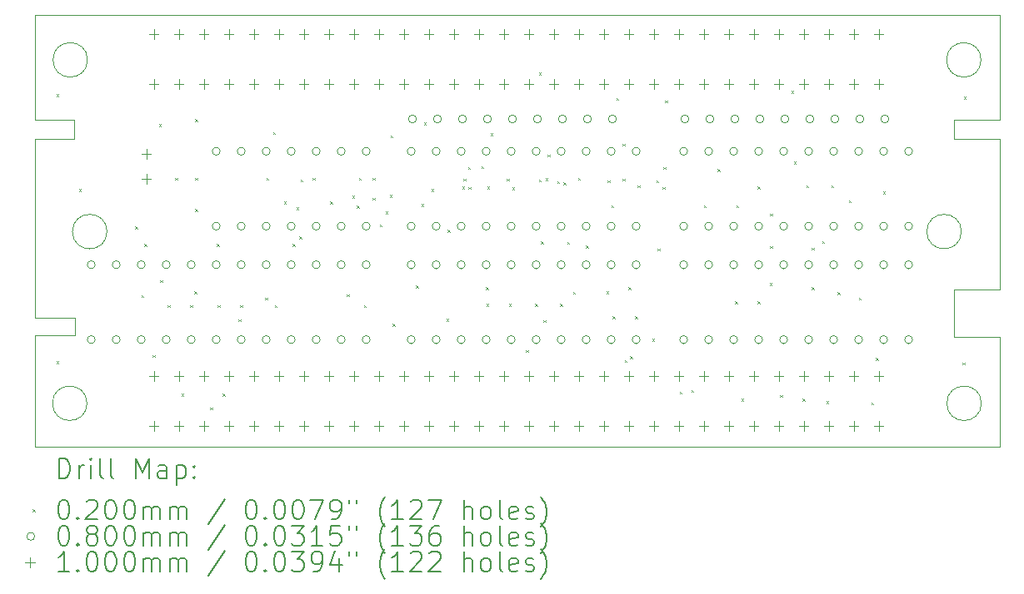
<source format=gbr>
%TF.GenerationSoftware,KiCad,Pcbnew,7.0.1-0*%
%TF.CreationDate,2023-05-14T20:02:37+01:00*%
%TF.ProjectId,MegaCD-Connect BD Remake,4d656761-4344-42d4-936f-6e6e65637420,rev?*%
%TF.SameCoordinates,Original*%
%TF.FileFunction,Drillmap*%
%TF.FilePolarity,Positive*%
%FSLAX45Y45*%
G04 Gerber Fmt 4.5, Leading zero omitted, Abs format (unit mm)*
G04 Created by KiCad (PCBNEW 7.0.1-0) date 2023-05-14 20:02:37*
%MOMM*%
%LPD*%
G01*
G04 APERTURE LIST*
%ADD10C,0.100000*%
%ADD11C,0.200000*%
%ADD12C,0.020000*%
%ADD13C,0.080000*%
G04 APERTURE END LIST*
D10*
X11112500Y-10390420D02*
X11112500Y-10570760D01*
X11239160Y-7769140D02*
G75*
G03*
X11239160Y-7769140I-175260J0D01*
G01*
X10708300Y-11709400D02*
X20508300Y-11709400D01*
X20045340Y-10586000D02*
X20507620Y-10586000D01*
X20045340Y-10108480D02*
X20045340Y-10586000D01*
X11112500Y-10570760D02*
X10708300Y-10570760D01*
X10708300Y-10390420D02*
X11112500Y-10390420D01*
X10708300Y-8378740D02*
X11102000Y-8378740D01*
X11234080Y-11264180D02*
G75*
G03*
X11234080Y-11264180I-175260J0D01*
G01*
X10708300Y-7309400D02*
X10708300Y-8378740D01*
X20045340Y-8574320D02*
X20507620Y-8574320D01*
X11102000Y-8574320D02*
X10708300Y-8574320D01*
X20322200Y-11264180D02*
G75*
G03*
X20322200Y-11264180I-175260J0D01*
G01*
X20045340Y-8378740D02*
X20045340Y-8574320D01*
X10708300Y-8574320D02*
X10708300Y-10390420D01*
X20508300Y-7309400D02*
X20507620Y-8378740D01*
X10708300Y-10570760D02*
X10708300Y-11709400D01*
X11437280Y-9516660D02*
G75*
G03*
X11437280Y-9516660I-175260J0D01*
G01*
X20319660Y-7769140D02*
G75*
G03*
X20319660Y-7769140I-175260J0D01*
G01*
X10708300Y-7309400D02*
X20508300Y-7309400D01*
X20119000Y-9516660D02*
G75*
G03*
X20119000Y-9516660I-175260J0D01*
G01*
X20507620Y-10108480D02*
X20045340Y-10108480D01*
X20507620Y-8574320D02*
X20507620Y-10108480D01*
X20507620Y-8378740D02*
X20045340Y-8378740D01*
X11102000Y-8378740D02*
X11102000Y-8574320D01*
X20507620Y-10586000D02*
X20508300Y-11709400D01*
D11*
D12*
X10924700Y-8118000D02*
X10944700Y-8138000D01*
X10944700Y-8118000D02*
X10924700Y-8138000D01*
X10924700Y-10835800D02*
X10944700Y-10855800D01*
X10944700Y-10835800D02*
X10924700Y-10855800D01*
X11153300Y-9083200D02*
X11173300Y-9103200D01*
X11173300Y-9083200D02*
X11153300Y-9103200D01*
X11724800Y-9464200D02*
X11744800Y-9484200D01*
X11744800Y-9464200D02*
X11724800Y-9484200D01*
X11788300Y-10162700D02*
X11808300Y-10182700D01*
X11808300Y-10162700D02*
X11788300Y-10182700D01*
X11819080Y-9643450D02*
X11839080Y-9663450D01*
X11839080Y-9643450D02*
X11819080Y-9663450D01*
X11902600Y-10772300D02*
X11922600Y-10792300D01*
X11922600Y-10772300D02*
X11902600Y-10792300D01*
X11966100Y-8422800D02*
X11986100Y-8442800D01*
X11986100Y-8422800D02*
X11966100Y-8442800D01*
X11978800Y-10010300D02*
X11998800Y-10030300D01*
X11998800Y-10010300D02*
X11978800Y-10030300D01*
X12055000Y-10264300D02*
X12075000Y-10284300D01*
X12075000Y-10264300D02*
X12055000Y-10284300D01*
X12131200Y-8968900D02*
X12151200Y-8988900D01*
X12151200Y-8968900D02*
X12131200Y-8988900D01*
X12194700Y-11166000D02*
X12214700Y-11186000D01*
X12214700Y-11166000D02*
X12194700Y-11186000D01*
X12283600Y-10264300D02*
X12303600Y-10284300D01*
X12303600Y-10264300D02*
X12283600Y-10284300D01*
X12325050Y-10124480D02*
X12345050Y-10144480D01*
X12345050Y-10124480D02*
X12325050Y-10144480D01*
X12334400Y-8372000D02*
X12354400Y-8392000D01*
X12354400Y-8372000D02*
X12334400Y-8392000D01*
X12334400Y-8968900D02*
X12354400Y-8988900D01*
X12354400Y-8968900D02*
X12334400Y-8988900D01*
X12334400Y-9286400D02*
X12354400Y-9306400D01*
X12354400Y-9286400D02*
X12334400Y-9306400D01*
X12486800Y-11305700D02*
X12506800Y-11325700D01*
X12506800Y-11305700D02*
X12486800Y-11325700D01*
X12554100Y-9643450D02*
X12574100Y-9663450D01*
X12574100Y-9643450D02*
X12554100Y-9663450D01*
X12563000Y-10264300D02*
X12583000Y-10284300D01*
X12583000Y-10264300D02*
X12563000Y-10284300D01*
X12613800Y-11166000D02*
X12633800Y-11186000D01*
X12633800Y-11166000D02*
X12613800Y-11186000D01*
X12773490Y-10408810D02*
X12793490Y-10428810D01*
X12793490Y-10408810D02*
X12773490Y-10428810D01*
X12791600Y-10264300D02*
X12811600Y-10284300D01*
X12811600Y-10264300D02*
X12791600Y-10284300D01*
X13045600Y-10188100D02*
X13065600Y-10208100D01*
X13065600Y-10188100D02*
X13045600Y-10208100D01*
X13058300Y-8968900D02*
X13078300Y-8988900D01*
X13078300Y-8968900D02*
X13058300Y-8988900D01*
X13128040Y-8503250D02*
X13148040Y-8523250D01*
X13148040Y-8503250D02*
X13128040Y-8523250D01*
X13143300Y-10268050D02*
X13163300Y-10288050D01*
X13163300Y-10268050D02*
X13143300Y-10288050D01*
X13236100Y-9210200D02*
X13256100Y-9230200D01*
X13256100Y-9210200D02*
X13236100Y-9230200D01*
X13324040Y-9643450D02*
X13344040Y-9663450D01*
X13344040Y-9643450D02*
X13324040Y-9663450D01*
X13363480Y-9271280D02*
X13383480Y-9291280D01*
X13383480Y-9271280D02*
X13363480Y-9291280D01*
X13391180Y-9565890D02*
X13411180Y-9585890D01*
X13411180Y-9565890D02*
X13391180Y-9585890D01*
X13407880Y-8989750D02*
X13427880Y-9009750D01*
X13427880Y-8989750D02*
X13407880Y-9009750D01*
X13528200Y-8968900D02*
X13548200Y-8988900D01*
X13548200Y-8968900D02*
X13528200Y-8988900D01*
X13706000Y-9210200D02*
X13726000Y-9230200D01*
X13726000Y-9210200D02*
X13706000Y-9230200D01*
X13874800Y-10153220D02*
X13894800Y-10173220D01*
X13894800Y-10153220D02*
X13874800Y-10173220D01*
X13928900Y-9150780D02*
X13948900Y-9170780D01*
X13948900Y-9150780D02*
X13928900Y-9170780D01*
X13976560Y-9254920D02*
X13996560Y-9274920D01*
X13996560Y-9254920D02*
X13976560Y-9274920D01*
X13998100Y-8968900D02*
X14018100Y-8988900D01*
X14018100Y-8968900D02*
X13998100Y-8988900D01*
X14048900Y-10264300D02*
X14068900Y-10284300D01*
X14068900Y-10264300D02*
X14048900Y-10284300D01*
X14137800Y-8968900D02*
X14157800Y-8988900D01*
X14157800Y-8968900D02*
X14137800Y-8988900D01*
X14137800Y-9172100D02*
X14157800Y-9192100D01*
X14157800Y-9172100D02*
X14137800Y-9192100D01*
X14207940Y-9442970D02*
X14227940Y-9462970D01*
X14227940Y-9442970D02*
X14207940Y-9462970D01*
X14267990Y-9312940D02*
X14287990Y-9332940D01*
X14287990Y-9312940D02*
X14267990Y-9332940D01*
X14313680Y-9142760D02*
X14333680Y-9162760D01*
X14333680Y-9142760D02*
X14313680Y-9162760D01*
X14321700Y-8538430D02*
X14341700Y-8558430D01*
X14341700Y-8538430D02*
X14321700Y-8558430D01*
X14341000Y-10454800D02*
X14361000Y-10474800D01*
X14361000Y-10454800D02*
X14341000Y-10474800D01*
X14577550Y-10067000D02*
X14597550Y-10087000D01*
X14597550Y-10067000D02*
X14577550Y-10087000D01*
X14633100Y-9235600D02*
X14653100Y-9255600D01*
X14653100Y-9235600D02*
X14633100Y-9255600D01*
X14660900Y-8405820D02*
X14680900Y-8425820D01*
X14680900Y-8405820D02*
X14660900Y-8425820D01*
X14734700Y-9083200D02*
X14754700Y-9103200D01*
X14754700Y-9083200D02*
X14734700Y-9103200D01*
X14887100Y-10404000D02*
X14907100Y-10424000D01*
X14907100Y-10404000D02*
X14887100Y-10424000D01*
X14899800Y-9499330D02*
X14919800Y-9519330D01*
X14919800Y-9499330D02*
X14899800Y-9519330D01*
X15045290Y-9059240D02*
X15065290Y-9079240D01*
X15065290Y-9059240D02*
X15045290Y-9079240D01*
X15059590Y-8976000D02*
X15079590Y-8996000D01*
X15079590Y-8976000D02*
X15059590Y-8996000D01*
X15107300Y-8862400D02*
X15127300Y-8882400D01*
X15127300Y-8862400D02*
X15107300Y-8882400D01*
X15110760Y-9065840D02*
X15130760Y-9085840D01*
X15130760Y-9065840D02*
X15110760Y-9085840D01*
X15241080Y-8853660D02*
X15261080Y-8873660D01*
X15261080Y-8853660D02*
X15241080Y-8873660D01*
X15289690Y-10084930D02*
X15309690Y-10104930D01*
X15309690Y-10084930D02*
X15289690Y-10104930D01*
X15293500Y-10251600D02*
X15313500Y-10271600D01*
X15313500Y-10251600D02*
X15293500Y-10271600D01*
X15303700Y-9059910D02*
X15323700Y-9079910D01*
X15323700Y-9059910D02*
X15303700Y-9079910D01*
X15334990Y-8517280D02*
X15354990Y-8537280D01*
X15354990Y-8517280D02*
X15334990Y-8537280D01*
X15500100Y-8978490D02*
X15520100Y-8998490D01*
X15520100Y-8978490D02*
X15500100Y-8998490D01*
X15522100Y-10251600D02*
X15542100Y-10271600D01*
X15542100Y-10251600D02*
X15522100Y-10271600D01*
X15553330Y-9068230D02*
X15573330Y-9088230D01*
X15573330Y-9068230D02*
X15553330Y-9088230D01*
X15695800Y-10720280D02*
X15715800Y-10740280D01*
X15715800Y-10720280D02*
X15695800Y-10740280D01*
X15788800Y-10251600D02*
X15808800Y-10271600D01*
X15808800Y-10251600D02*
X15788800Y-10271600D01*
X15827830Y-7898690D02*
X15847830Y-7918690D01*
X15847830Y-7898690D02*
X15827830Y-7918690D01*
X15828940Y-8989070D02*
X15848940Y-9009070D01*
X15848940Y-8989070D02*
X15828940Y-9009070D01*
X15846640Y-9618580D02*
X15866640Y-9638580D01*
X15866640Y-9618580D02*
X15846640Y-9638580D01*
X15874430Y-10419970D02*
X15894430Y-10439970D01*
X15894430Y-10419970D02*
X15874430Y-10439970D01*
X15892900Y-8974860D02*
X15912900Y-8994860D01*
X15912900Y-8974860D02*
X15892900Y-8994860D01*
X15915800Y-8730610D02*
X15935800Y-8750610D01*
X15935800Y-8730610D02*
X15915800Y-8750610D01*
X16011750Y-9006120D02*
X16031750Y-9026120D01*
X16031750Y-9006120D02*
X16011750Y-9026120D01*
X16042800Y-10251600D02*
X16062800Y-10271600D01*
X16062800Y-10251600D02*
X16042800Y-10271600D01*
X16075630Y-9017810D02*
X16095630Y-9037810D01*
X16095630Y-9017810D02*
X16075630Y-9037810D01*
X16112370Y-9620510D02*
X16132370Y-9640510D01*
X16132370Y-9620510D02*
X16112370Y-9640510D01*
X16173300Y-10131010D02*
X16193300Y-10151010D01*
X16193300Y-10131010D02*
X16173300Y-10151010D01*
X16226950Y-8971420D02*
X16246950Y-8991420D01*
X16246950Y-8971420D02*
X16226950Y-8991420D01*
X16304000Y-9659380D02*
X16324000Y-9679380D01*
X16324000Y-9659380D02*
X16304000Y-9679380D01*
X16512700Y-10124600D02*
X16532700Y-10144600D01*
X16532700Y-10124600D02*
X16512700Y-10144600D01*
X16525400Y-8994300D02*
X16545400Y-9014300D01*
X16545400Y-8994300D02*
X16525400Y-9014300D01*
X16563500Y-9248300D02*
X16583500Y-9268300D01*
X16583500Y-9248300D02*
X16563500Y-9268300D01*
X16576200Y-10378600D02*
X16596200Y-10398600D01*
X16596200Y-10378600D02*
X16576200Y-10398600D01*
X16614300Y-8156100D02*
X16634300Y-8176100D01*
X16634300Y-8156100D02*
X16614300Y-8176100D01*
X16677800Y-8625440D02*
X16697800Y-8645440D01*
X16697800Y-8625440D02*
X16677800Y-8645440D01*
X16678500Y-8978490D02*
X16698500Y-8998490D01*
X16698500Y-8978490D02*
X16678500Y-8998490D01*
X16697260Y-10822600D02*
X16717260Y-10842600D01*
X16717260Y-10822600D02*
X16697260Y-10842600D01*
X16737280Y-10084930D02*
X16757280Y-10104930D01*
X16757280Y-10084930D02*
X16737280Y-10104930D01*
X16754000Y-10785000D02*
X16774000Y-10805000D01*
X16774000Y-10785000D02*
X16754000Y-10805000D01*
X16804800Y-10378600D02*
X16824800Y-10398600D01*
X16824800Y-10378600D02*
X16804800Y-10398600D01*
X16830200Y-9045100D02*
X16850200Y-9065100D01*
X16850200Y-9045100D02*
X16830200Y-9065100D01*
X16979920Y-10608960D02*
X16999920Y-10628960D01*
X16999920Y-10608960D02*
X16979920Y-10628960D01*
X17021890Y-8994540D02*
X17041890Y-9014540D01*
X17041890Y-8994540D02*
X17021890Y-9014540D01*
X17033120Y-9691510D02*
X17053120Y-9711510D01*
X17053120Y-9691510D02*
X17033120Y-9711510D01*
X17083490Y-9062280D02*
X17103490Y-9082280D01*
X17103490Y-9062280D02*
X17083490Y-9082280D01*
X17092500Y-8862400D02*
X17112500Y-8882400D01*
X17112500Y-8862400D02*
X17092500Y-8882400D01*
X17109600Y-8181500D02*
X17129600Y-8201500D01*
X17129600Y-8181500D02*
X17109600Y-8201500D01*
X17257350Y-11144180D02*
X17277350Y-11164180D01*
X17277350Y-11144180D02*
X17257350Y-11164180D01*
X17376300Y-11127900D02*
X17396300Y-11147900D01*
X17396300Y-11127900D02*
X17376300Y-11147900D01*
X17503300Y-9248300D02*
X17523300Y-9268300D01*
X17523300Y-9248300D02*
X17503300Y-9268300D01*
X17643000Y-8880000D02*
X17663000Y-8900000D01*
X17663000Y-8880000D02*
X17643000Y-8900000D01*
X17820800Y-10226200D02*
X17840800Y-10246200D01*
X17840800Y-10226200D02*
X17820800Y-10246200D01*
X17833500Y-9248300D02*
X17853500Y-9268300D01*
X17853500Y-9248300D02*
X17833500Y-9268300D01*
X17884300Y-11216800D02*
X17904300Y-11236800D01*
X17904300Y-11216800D02*
X17884300Y-11236800D01*
X18049400Y-9057800D02*
X18069400Y-9077800D01*
X18069400Y-9057800D02*
X18049400Y-9077800D01*
X18049400Y-10226200D02*
X18069400Y-10246200D01*
X18069400Y-10226200D02*
X18049400Y-10246200D01*
X18170840Y-10040870D02*
X18190840Y-10060870D01*
X18190840Y-10040870D02*
X18170840Y-10060870D01*
X18176400Y-9664550D02*
X18196400Y-9684550D01*
X18196400Y-9664550D02*
X18176400Y-9684550D01*
X18177130Y-9331730D02*
X18197130Y-9351730D01*
X18197130Y-9331730D02*
X18177130Y-9351730D01*
X18278000Y-11178700D02*
X18298000Y-11198700D01*
X18298000Y-11178700D02*
X18278000Y-11198700D01*
X18394290Y-8085190D02*
X18414290Y-8105190D01*
X18414290Y-8085190D02*
X18394290Y-8105190D01*
X18417700Y-8803800D02*
X18437700Y-8823800D01*
X18437700Y-8803800D02*
X18417700Y-8823800D01*
X18506600Y-11216800D02*
X18526600Y-11236800D01*
X18526600Y-11216800D02*
X18506600Y-11236800D01*
X18544700Y-9045100D02*
X18564700Y-9065100D01*
X18564700Y-9045100D02*
X18544700Y-9065100D01*
X18598980Y-9682550D02*
X18618980Y-9702550D01*
X18618980Y-9682550D02*
X18598980Y-9702550D01*
X18598980Y-10084930D02*
X18618980Y-10104930D01*
X18618980Y-10084930D02*
X18598980Y-10104930D01*
X18707180Y-9612060D02*
X18727180Y-9632060D01*
X18727180Y-9612060D02*
X18707180Y-9632060D01*
X18747900Y-11242200D02*
X18767900Y-11262200D01*
X18767900Y-11242200D02*
X18747900Y-11262200D01*
X18798700Y-9045100D02*
X18818700Y-9065100D01*
X18818700Y-9045100D02*
X18798700Y-9065100D01*
X18862060Y-10133440D02*
X18882060Y-10153440D01*
X18882060Y-10133440D02*
X18862060Y-10153440D01*
X18976500Y-9197500D02*
X18996500Y-9217500D01*
X18996500Y-9197500D02*
X18976500Y-9217500D01*
X19078100Y-10188100D02*
X19098100Y-10208100D01*
X19098100Y-10188100D02*
X19078100Y-10208100D01*
X19205100Y-11254900D02*
X19225100Y-11274900D01*
X19225100Y-11254900D02*
X19205100Y-11274900D01*
X19250100Y-10802070D02*
X19270100Y-10822070D01*
X19270100Y-10802070D02*
X19250100Y-10822070D01*
X19325160Y-9108820D02*
X19345160Y-9128820D01*
X19345160Y-9108820D02*
X19325160Y-9128820D01*
X20132200Y-10848500D02*
X20152200Y-10868500D01*
X20152200Y-10848500D02*
X20132200Y-10868500D01*
X20144900Y-8143400D02*
X20164900Y-8163400D01*
X20164900Y-8143400D02*
X20144900Y-8163400D01*
D13*
X11317600Y-9854200D02*
G75*
G03*
X11317600Y-9854200I-40000J0D01*
G01*
X11317600Y-10616200D02*
G75*
G03*
X11317600Y-10616200I-40000J0D01*
G01*
X11571600Y-9854200D02*
G75*
G03*
X11571600Y-9854200I-40000J0D01*
G01*
X11571600Y-10616200D02*
G75*
G03*
X11571600Y-10616200I-40000J0D01*
G01*
X11825600Y-9854200D02*
G75*
G03*
X11825600Y-9854200I-40000J0D01*
G01*
X11825600Y-10616200D02*
G75*
G03*
X11825600Y-10616200I-40000J0D01*
G01*
X12079600Y-9854200D02*
G75*
G03*
X12079600Y-9854200I-40000J0D01*
G01*
X12079600Y-10616200D02*
G75*
G03*
X12079600Y-10616200I-40000J0D01*
G01*
X12333600Y-9854200D02*
G75*
G03*
X12333600Y-9854200I-40000J0D01*
G01*
X12333600Y-10616200D02*
G75*
G03*
X12333600Y-10616200I-40000J0D01*
G01*
X12587600Y-8699500D02*
G75*
G03*
X12587600Y-8699500I-40000J0D01*
G01*
X12587600Y-9461500D02*
G75*
G03*
X12587600Y-9461500I-40000J0D01*
G01*
X12587600Y-9854200D02*
G75*
G03*
X12587600Y-9854200I-40000J0D01*
G01*
X12587600Y-10616200D02*
G75*
G03*
X12587600Y-10616200I-40000J0D01*
G01*
X12841600Y-8699500D02*
G75*
G03*
X12841600Y-8699500I-40000J0D01*
G01*
X12841600Y-9461500D02*
G75*
G03*
X12841600Y-9461500I-40000J0D01*
G01*
X12841600Y-9854200D02*
G75*
G03*
X12841600Y-9854200I-40000J0D01*
G01*
X12841600Y-10616200D02*
G75*
G03*
X12841600Y-10616200I-40000J0D01*
G01*
X13095600Y-8699500D02*
G75*
G03*
X13095600Y-8699500I-40000J0D01*
G01*
X13095600Y-9461500D02*
G75*
G03*
X13095600Y-9461500I-40000J0D01*
G01*
X13095600Y-9854200D02*
G75*
G03*
X13095600Y-9854200I-40000J0D01*
G01*
X13095600Y-10616200D02*
G75*
G03*
X13095600Y-10616200I-40000J0D01*
G01*
X13349600Y-8699500D02*
G75*
G03*
X13349600Y-8699500I-40000J0D01*
G01*
X13349600Y-9461500D02*
G75*
G03*
X13349600Y-9461500I-40000J0D01*
G01*
X13349600Y-9854200D02*
G75*
G03*
X13349600Y-9854200I-40000J0D01*
G01*
X13349600Y-10616200D02*
G75*
G03*
X13349600Y-10616200I-40000J0D01*
G01*
X13603600Y-8699500D02*
G75*
G03*
X13603600Y-8699500I-40000J0D01*
G01*
X13603600Y-9461500D02*
G75*
G03*
X13603600Y-9461500I-40000J0D01*
G01*
X13603600Y-9854200D02*
G75*
G03*
X13603600Y-9854200I-40000J0D01*
G01*
X13603600Y-10616200D02*
G75*
G03*
X13603600Y-10616200I-40000J0D01*
G01*
X13857600Y-8699500D02*
G75*
G03*
X13857600Y-8699500I-40000J0D01*
G01*
X13857600Y-9461500D02*
G75*
G03*
X13857600Y-9461500I-40000J0D01*
G01*
X13857600Y-9854200D02*
G75*
G03*
X13857600Y-9854200I-40000J0D01*
G01*
X13857600Y-10616200D02*
G75*
G03*
X13857600Y-10616200I-40000J0D01*
G01*
X14111600Y-8699500D02*
G75*
G03*
X14111600Y-8699500I-40000J0D01*
G01*
X14111600Y-9461500D02*
G75*
G03*
X14111600Y-9461500I-40000J0D01*
G01*
X14111600Y-9854200D02*
G75*
G03*
X14111600Y-9854200I-40000J0D01*
G01*
X14111600Y-10616200D02*
G75*
G03*
X14111600Y-10616200I-40000J0D01*
G01*
X14568800Y-8699500D02*
G75*
G03*
X14568800Y-8699500I-40000J0D01*
G01*
X14568800Y-9461500D02*
G75*
G03*
X14568800Y-9461500I-40000J0D01*
G01*
X14568800Y-9855200D02*
G75*
G03*
X14568800Y-9855200I-40000J0D01*
G01*
X14568800Y-10617200D02*
G75*
G03*
X14568800Y-10617200I-40000J0D01*
G01*
X14581500Y-8369300D02*
G75*
G03*
X14581500Y-8369300I-40000J0D01*
G01*
X14822800Y-8699500D02*
G75*
G03*
X14822800Y-8699500I-40000J0D01*
G01*
X14822800Y-9461500D02*
G75*
G03*
X14822800Y-9461500I-40000J0D01*
G01*
X14822800Y-9855200D02*
G75*
G03*
X14822800Y-9855200I-40000J0D01*
G01*
X14822800Y-10617200D02*
G75*
G03*
X14822800Y-10617200I-40000J0D01*
G01*
X14835500Y-8369300D02*
G75*
G03*
X14835500Y-8369300I-40000J0D01*
G01*
X15076800Y-8699500D02*
G75*
G03*
X15076800Y-8699500I-40000J0D01*
G01*
X15076800Y-9461500D02*
G75*
G03*
X15076800Y-9461500I-40000J0D01*
G01*
X15076800Y-9855200D02*
G75*
G03*
X15076800Y-9855200I-40000J0D01*
G01*
X15076800Y-10617200D02*
G75*
G03*
X15076800Y-10617200I-40000J0D01*
G01*
X15089500Y-8369300D02*
G75*
G03*
X15089500Y-8369300I-40000J0D01*
G01*
X15330800Y-8699500D02*
G75*
G03*
X15330800Y-8699500I-40000J0D01*
G01*
X15330800Y-9461500D02*
G75*
G03*
X15330800Y-9461500I-40000J0D01*
G01*
X15330800Y-9855200D02*
G75*
G03*
X15330800Y-9855200I-40000J0D01*
G01*
X15330800Y-10617200D02*
G75*
G03*
X15330800Y-10617200I-40000J0D01*
G01*
X15343500Y-8369300D02*
G75*
G03*
X15343500Y-8369300I-40000J0D01*
G01*
X15584800Y-8699500D02*
G75*
G03*
X15584800Y-8699500I-40000J0D01*
G01*
X15584800Y-9461500D02*
G75*
G03*
X15584800Y-9461500I-40000J0D01*
G01*
X15584800Y-9855200D02*
G75*
G03*
X15584800Y-9855200I-40000J0D01*
G01*
X15584800Y-10617200D02*
G75*
G03*
X15584800Y-10617200I-40000J0D01*
G01*
X15597500Y-8369300D02*
G75*
G03*
X15597500Y-8369300I-40000J0D01*
G01*
X15838800Y-8699500D02*
G75*
G03*
X15838800Y-8699500I-40000J0D01*
G01*
X15838800Y-9461500D02*
G75*
G03*
X15838800Y-9461500I-40000J0D01*
G01*
X15838800Y-9855200D02*
G75*
G03*
X15838800Y-9855200I-40000J0D01*
G01*
X15838800Y-10617200D02*
G75*
G03*
X15838800Y-10617200I-40000J0D01*
G01*
X15851500Y-8369300D02*
G75*
G03*
X15851500Y-8369300I-40000J0D01*
G01*
X16092800Y-8699500D02*
G75*
G03*
X16092800Y-8699500I-40000J0D01*
G01*
X16092800Y-9461500D02*
G75*
G03*
X16092800Y-9461500I-40000J0D01*
G01*
X16092800Y-9855200D02*
G75*
G03*
X16092800Y-9855200I-40000J0D01*
G01*
X16092800Y-10617200D02*
G75*
G03*
X16092800Y-10617200I-40000J0D01*
G01*
X16105500Y-8369300D02*
G75*
G03*
X16105500Y-8369300I-40000J0D01*
G01*
X16346800Y-8699500D02*
G75*
G03*
X16346800Y-8699500I-40000J0D01*
G01*
X16346800Y-9461500D02*
G75*
G03*
X16346800Y-9461500I-40000J0D01*
G01*
X16346800Y-9855200D02*
G75*
G03*
X16346800Y-9855200I-40000J0D01*
G01*
X16346800Y-10617200D02*
G75*
G03*
X16346800Y-10617200I-40000J0D01*
G01*
X16359500Y-8369300D02*
G75*
G03*
X16359500Y-8369300I-40000J0D01*
G01*
X16600800Y-8699500D02*
G75*
G03*
X16600800Y-8699500I-40000J0D01*
G01*
X16600800Y-9461500D02*
G75*
G03*
X16600800Y-9461500I-40000J0D01*
G01*
X16600800Y-9855200D02*
G75*
G03*
X16600800Y-9855200I-40000J0D01*
G01*
X16600800Y-10617200D02*
G75*
G03*
X16600800Y-10617200I-40000J0D01*
G01*
X16613500Y-8369300D02*
G75*
G03*
X16613500Y-8369300I-40000J0D01*
G01*
X16854800Y-8699500D02*
G75*
G03*
X16854800Y-8699500I-40000J0D01*
G01*
X16854800Y-9461500D02*
G75*
G03*
X16854800Y-9461500I-40000J0D01*
G01*
X16854800Y-9855200D02*
G75*
G03*
X16854800Y-9855200I-40000J0D01*
G01*
X16854800Y-10617200D02*
G75*
G03*
X16854800Y-10617200I-40000J0D01*
G01*
X17337400Y-8699500D02*
G75*
G03*
X17337400Y-8699500I-40000J0D01*
G01*
X17337400Y-9461500D02*
G75*
G03*
X17337400Y-9461500I-40000J0D01*
G01*
X17337400Y-9855200D02*
G75*
G03*
X17337400Y-9855200I-40000J0D01*
G01*
X17337400Y-10617200D02*
G75*
G03*
X17337400Y-10617200I-40000J0D01*
G01*
X17350100Y-8369300D02*
G75*
G03*
X17350100Y-8369300I-40000J0D01*
G01*
X17591400Y-8699500D02*
G75*
G03*
X17591400Y-8699500I-40000J0D01*
G01*
X17591400Y-9461500D02*
G75*
G03*
X17591400Y-9461500I-40000J0D01*
G01*
X17591400Y-9855200D02*
G75*
G03*
X17591400Y-9855200I-40000J0D01*
G01*
X17591400Y-10617200D02*
G75*
G03*
X17591400Y-10617200I-40000J0D01*
G01*
X17604100Y-8369300D02*
G75*
G03*
X17604100Y-8369300I-40000J0D01*
G01*
X17845400Y-8699500D02*
G75*
G03*
X17845400Y-8699500I-40000J0D01*
G01*
X17845400Y-9461500D02*
G75*
G03*
X17845400Y-9461500I-40000J0D01*
G01*
X17845400Y-9855200D02*
G75*
G03*
X17845400Y-9855200I-40000J0D01*
G01*
X17845400Y-10617200D02*
G75*
G03*
X17845400Y-10617200I-40000J0D01*
G01*
X17858100Y-8369300D02*
G75*
G03*
X17858100Y-8369300I-40000J0D01*
G01*
X18099400Y-8699500D02*
G75*
G03*
X18099400Y-8699500I-40000J0D01*
G01*
X18099400Y-9461500D02*
G75*
G03*
X18099400Y-9461500I-40000J0D01*
G01*
X18099400Y-9855200D02*
G75*
G03*
X18099400Y-9855200I-40000J0D01*
G01*
X18099400Y-10617200D02*
G75*
G03*
X18099400Y-10617200I-40000J0D01*
G01*
X18112100Y-8369300D02*
G75*
G03*
X18112100Y-8369300I-40000J0D01*
G01*
X18353400Y-8699500D02*
G75*
G03*
X18353400Y-8699500I-40000J0D01*
G01*
X18353400Y-9461500D02*
G75*
G03*
X18353400Y-9461500I-40000J0D01*
G01*
X18353400Y-9855200D02*
G75*
G03*
X18353400Y-9855200I-40000J0D01*
G01*
X18353400Y-10617200D02*
G75*
G03*
X18353400Y-10617200I-40000J0D01*
G01*
X18366100Y-8369300D02*
G75*
G03*
X18366100Y-8369300I-40000J0D01*
G01*
X18607400Y-8699500D02*
G75*
G03*
X18607400Y-8699500I-40000J0D01*
G01*
X18607400Y-9461500D02*
G75*
G03*
X18607400Y-9461500I-40000J0D01*
G01*
X18607400Y-9855200D02*
G75*
G03*
X18607400Y-9855200I-40000J0D01*
G01*
X18607400Y-10617200D02*
G75*
G03*
X18607400Y-10617200I-40000J0D01*
G01*
X18620100Y-8369300D02*
G75*
G03*
X18620100Y-8369300I-40000J0D01*
G01*
X18861400Y-8699500D02*
G75*
G03*
X18861400Y-8699500I-40000J0D01*
G01*
X18861400Y-9461500D02*
G75*
G03*
X18861400Y-9461500I-40000J0D01*
G01*
X18861400Y-9855200D02*
G75*
G03*
X18861400Y-9855200I-40000J0D01*
G01*
X18861400Y-10617200D02*
G75*
G03*
X18861400Y-10617200I-40000J0D01*
G01*
X18874100Y-8369300D02*
G75*
G03*
X18874100Y-8369300I-40000J0D01*
G01*
X19115400Y-8699500D02*
G75*
G03*
X19115400Y-8699500I-40000J0D01*
G01*
X19115400Y-9461500D02*
G75*
G03*
X19115400Y-9461500I-40000J0D01*
G01*
X19115400Y-9855200D02*
G75*
G03*
X19115400Y-9855200I-40000J0D01*
G01*
X19115400Y-10617200D02*
G75*
G03*
X19115400Y-10617200I-40000J0D01*
G01*
X19128100Y-8369300D02*
G75*
G03*
X19128100Y-8369300I-40000J0D01*
G01*
X19369400Y-8699500D02*
G75*
G03*
X19369400Y-8699500I-40000J0D01*
G01*
X19369400Y-9461500D02*
G75*
G03*
X19369400Y-9461500I-40000J0D01*
G01*
X19369400Y-9855200D02*
G75*
G03*
X19369400Y-9855200I-40000J0D01*
G01*
X19369400Y-10617200D02*
G75*
G03*
X19369400Y-10617200I-40000J0D01*
G01*
X19382100Y-8369300D02*
G75*
G03*
X19382100Y-8369300I-40000J0D01*
G01*
X19623400Y-8699500D02*
G75*
G03*
X19623400Y-8699500I-40000J0D01*
G01*
X19623400Y-9461500D02*
G75*
G03*
X19623400Y-9461500I-40000J0D01*
G01*
X19623400Y-9855200D02*
G75*
G03*
X19623400Y-9855200I-40000J0D01*
G01*
X19623400Y-10617200D02*
G75*
G03*
X19623400Y-10617200I-40000J0D01*
G01*
D10*
X11836400Y-8675400D02*
X11836400Y-8775400D01*
X11786400Y-8725400D02*
X11886400Y-8725400D01*
X11836400Y-8929400D02*
X11836400Y-9029400D01*
X11786400Y-8979400D02*
X11886400Y-8979400D01*
X11912600Y-7455700D02*
X11912600Y-7555700D01*
X11862600Y-7505700D02*
X11962600Y-7505700D01*
X11912600Y-7963700D02*
X11912600Y-8063700D01*
X11862600Y-8013700D02*
X11962600Y-8013700D01*
X11912600Y-10935500D02*
X11912600Y-11035500D01*
X11862600Y-10985500D02*
X11962600Y-10985500D01*
X11912600Y-11443500D02*
X11912600Y-11543500D01*
X11862600Y-11493500D02*
X11962600Y-11493500D01*
X12166600Y-7455700D02*
X12166600Y-7555700D01*
X12116600Y-7505700D02*
X12216600Y-7505700D01*
X12166600Y-7963700D02*
X12166600Y-8063700D01*
X12116600Y-8013700D02*
X12216600Y-8013700D01*
X12166600Y-10935500D02*
X12166600Y-11035500D01*
X12116600Y-10985500D02*
X12216600Y-10985500D01*
X12166600Y-11443500D02*
X12166600Y-11543500D01*
X12116600Y-11493500D02*
X12216600Y-11493500D01*
X12420600Y-7455700D02*
X12420600Y-7555700D01*
X12370600Y-7505700D02*
X12470600Y-7505700D01*
X12420600Y-7963700D02*
X12420600Y-8063700D01*
X12370600Y-8013700D02*
X12470600Y-8013700D01*
X12420600Y-10935500D02*
X12420600Y-11035500D01*
X12370600Y-10985500D02*
X12470600Y-10985500D01*
X12420600Y-11443500D02*
X12420600Y-11543500D01*
X12370600Y-11493500D02*
X12470600Y-11493500D01*
X12674600Y-7455700D02*
X12674600Y-7555700D01*
X12624600Y-7505700D02*
X12724600Y-7505700D01*
X12674600Y-7963700D02*
X12674600Y-8063700D01*
X12624600Y-8013700D02*
X12724600Y-8013700D01*
X12674600Y-10935500D02*
X12674600Y-11035500D01*
X12624600Y-10985500D02*
X12724600Y-10985500D01*
X12674600Y-11443500D02*
X12674600Y-11543500D01*
X12624600Y-11493500D02*
X12724600Y-11493500D01*
X12928600Y-7455700D02*
X12928600Y-7555700D01*
X12878600Y-7505700D02*
X12978600Y-7505700D01*
X12928600Y-7963700D02*
X12928600Y-8063700D01*
X12878600Y-8013700D02*
X12978600Y-8013700D01*
X12928600Y-10935500D02*
X12928600Y-11035500D01*
X12878600Y-10985500D02*
X12978600Y-10985500D01*
X12928600Y-11443500D02*
X12928600Y-11543500D01*
X12878600Y-11493500D02*
X12978600Y-11493500D01*
X13182600Y-7455700D02*
X13182600Y-7555700D01*
X13132600Y-7505700D02*
X13232600Y-7505700D01*
X13182600Y-7963700D02*
X13182600Y-8063700D01*
X13132600Y-8013700D02*
X13232600Y-8013700D01*
X13182600Y-10935500D02*
X13182600Y-11035500D01*
X13132600Y-10985500D02*
X13232600Y-10985500D01*
X13182600Y-11443500D02*
X13182600Y-11543500D01*
X13132600Y-11493500D02*
X13232600Y-11493500D01*
X13436600Y-7455700D02*
X13436600Y-7555700D01*
X13386600Y-7505700D02*
X13486600Y-7505700D01*
X13436600Y-7963700D02*
X13436600Y-8063700D01*
X13386600Y-8013700D02*
X13486600Y-8013700D01*
X13436600Y-10935500D02*
X13436600Y-11035500D01*
X13386600Y-10985500D02*
X13486600Y-10985500D01*
X13436600Y-11443500D02*
X13436600Y-11543500D01*
X13386600Y-11493500D02*
X13486600Y-11493500D01*
X13690600Y-7455700D02*
X13690600Y-7555700D01*
X13640600Y-7505700D02*
X13740600Y-7505700D01*
X13690600Y-7963700D02*
X13690600Y-8063700D01*
X13640600Y-8013700D02*
X13740600Y-8013700D01*
X13690600Y-10935500D02*
X13690600Y-11035500D01*
X13640600Y-10985500D02*
X13740600Y-10985500D01*
X13690600Y-11443500D02*
X13690600Y-11543500D01*
X13640600Y-11493500D02*
X13740600Y-11493500D01*
X13944600Y-7455700D02*
X13944600Y-7555700D01*
X13894600Y-7505700D02*
X13994600Y-7505700D01*
X13944600Y-7963700D02*
X13944600Y-8063700D01*
X13894600Y-8013700D02*
X13994600Y-8013700D01*
X13944600Y-10935500D02*
X13944600Y-11035500D01*
X13894600Y-10985500D02*
X13994600Y-10985500D01*
X13944600Y-11443500D02*
X13944600Y-11543500D01*
X13894600Y-11493500D02*
X13994600Y-11493500D01*
X14198600Y-7455700D02*
X14198600Y-7555700D01*
X14148600Y-7505700D02*
X14248600Y-7505700D01*
X14198600Y-7963700D02*
X14198600Y-8063700D01*
X14148600Y-8013700D02*
X14248600Y-8013700D01*
X14198600Y-10935500D02*
X14198600Y-11035500D01*
X14148600Y-10985500D02*
X14248600Y-10985500D01*
X14198600Y-11443500D02*
X14198600Y-11543500D01*
X14148600Y-11493500D02*
X14248600Y-11493500D01*
X14452600Y-7455700D02*
X14452600Y-7555700D01*
X14402600Y-7505700D02*
X14502600Y-7505700D01*
X14452600Y-7963700D02*
X14452600Y-8063700D01*
X14402600Y-8013700D02*
X14502600Y-8013700D01*
X14452600Y-10935500D02*
X14452600Y-11035500D01*
X14402600Y-10985500D02*
X14502600Y-10985500D01*
X14452600Y-11443500D02*
X14452600Y-11543500D01*
X14402600Y-11493500D02*
X14502600Y-11493500D01*
X14706600Y-7455700D02*
X14706600Y-7555700D01*
X14656600Y-7505700D02*
X14756600Y-7505700D01*
X14706600Y-7963700D02*
X14706600Y-8063700D01*
X14656600Y-8013700D02*
X14756600Y-8013700D01*
X14706600Y-10935500D02*
X14706600Y-11035500D01*
X14656600Y-10985500D02*
X14756600Y-10985500D01*
X14706600Y-11443500D02*
X14706600Y-11543500D01*
X14656600Y-11493500D02*
X14756600Y-11493500D01*
X14960600Y-7455700D02*
X14960600Y-7555700D01*
X14910600Y-7505700D02*
X15010600Y-7505700D01*
X14960600Y-7963700D02*
X14960600Y-8063700D01*
X14910600Y-8013700D02*
X15010600Y-8013700D01*
X14960600Y-10935500D02*
X14960600Y-11035500D01*
X14910600Y-10985500D02*
X15010600Y-10985500D01*
X14960600Y-11443500D02*
X14960600Y-11543500D01*
X14910600Y-11493500D02*
X15010600Y-11493500D01*
X15214600Y-7455700D02*
X15214600Y-7555700D01*
X15164600Y-7505700D02*
X15264600Y-7505700D01*
X15214600Y-7963700D02*
X15214600Y-8063700D01*
X15164600Y-8013700D02*
X15264600Y-8013700D01*
X15214600Y-10935500D02*
X15214600Y-11035500D01*
X15164600Y-10985500D02*
X15264600Y-10985500D01*
X15214600Y-11443500D02*
X15214600Y-11543500D01*
X15164600Y-11493500D02*
X15264600Y-11493500D01*
X15468600Y-7455700D02*
X15468600Y-7555700D01*
X15418600Y-7505700D02*
X15518600Y-7505700D01*
X15468600Y-7963700D02*
X15468600Y-8063700D01*
X15418600Y-8013700D02*
X15518600Y-8013700D01*
X15468600Y-10935500D02*
X15468600Y-11035500D01*
X15418600Y-10985500D02*
X15518600Y-10985500D01*
X15468600Y-11443500D02*
X15468600Y-11543500D01*
X15418600Y-11493500D02*
X15518600Y-11493500D01*
X15722600Y-7455700D02*
X15722600Y-7555700D01*
X15672600Y-7505700D02*
X15772600Y-7505700D01*
X15722600Y-7963700D02*
X15722600Y-8063700D01*
X15672600Y-8013700D02*
X15772600Y-8013700D01*
X15722600Y-10935500D02*
X15722600Y-11035500D01*
X15672600Y-10985500D02*
X15772600Y-10985500D01*
X15722600Y-11443500D02*
X15722600Y-11543500D01*
X15672600Y-11493500D02*
X15772600Y-11493500D01*
X15976600Y-7455700D02*
X15976600Y-7555700D01*
X15926600Y-7505700D02*
X16026600Y-7505700D01*
X15976600Y-7963700D02*
X15976600Y-8063700D01*
X15926600Y-8013700D02*
X16026600Y-8013700D01*
X15976600Y-10935500D02*
X15976600Y-11035500D01*
X15926600Y-10985500D02*
X16026600Y-10985500D01*
X15976600Y-11443500D02*
X15976600Y-11543500D01*
X15926600Y-11493500D02*
X16026600Y-11493500D01*
X16230600Y-7455700D02*
X16230600Y-7555700D01*
X16180600Y-7505700D02*
X16280600Y-7505700D01*
X16230600Y-7963700D02*
X16230600Y-8063700D01*
X16180600Y-8013700D02*
X16280600Y-8013700D01*
X16230600Y-10935500D02*
X16230600Y-11035500D01*
X16180600Y-10985500D02*
X16280600Y-10985500D01*
X16230600Y-11443500D02*
X16230600Y-11543500D01*
X16180600Y-11493500D02*
X16280600Y-11493500D01*
X16484600Y-7455700D02*
X16484600Y-7555700D01*
X16434600Y-7505700D02*
X16534600Y-7505700D01*
X16484600Y-7963700D02*
X16484600Y-8063700D01*
X16434600Y-8013700D02*
X16534600Y-8013700D01*
X16484600Y-10935500D02*
X16484600Y-11035500D01*
X16434600Y-10985500D02*
X16534600Y-10985500D01*
X16484600Y-11443500D02*
X16484600Y-11543500D01*
X16434600Y-11493500D02*
X16534600Y-11493500D01*
X16738600Y-7455700D02*
X16738600Y-7555700D01*
X16688600Y-7505700D02*
X16788600Y-7505700D01*
X16738600Y-7963700D02*
X16738600Y-8063700D01*
X16688600Y-8013700D02*
X16788600Y-8013700D01*
X16738600Y-10935500D02*
X16738600Y-11035500D01*
X16688600Y-10985500D02*
X16788600Y-10985500D01*
X16738600Y-11443500D02*
X16738600Y-11543500D01*
X16688600Y-11493500D02*
X16788600Y-11493500D01*
X16992600Y-7455700D02*
X16992600Y-7555700D01*
X16942600Y-7505700D02*
X17042600Y-7505700D01*
X16992600Y-7963700D02*
X16992600Y-8063700D01*
X16942600Y-8013700D02*
X17042600Y-8013700D01*
X16992600Y-10935500D02*
X16992600Y-11035500D01*
X16942600Y-10985500D02*
X17042600Y-10985500D01*
X16992600Y-11443500D02*
X16992600Y-11543500D01*
X16942600Y-11493500D02*
X17042600Y-11493500D01*
X17246600Y-7455700D02*
X17246600Y-7555700D01*
X17196600Y-7505700D02*
X17296600Y-7505700D01*
X17246600Y-7963700D02*
X17246600Y-8063700D01*
X17196600Y-8013700D02*
X17296600Y-8013700D01*
X17246600Y-10935500D02*
X17246600Y-11035500D01*
X17196600Y-10985500D02*
X17296600Y-10985500D01*
X17246600Y-11443500D02*
X17246600Y-11543500D01*
X17196600Y-11493500D02*
X17296600Y-11493500D01*
X17500600Y-7455700D02*
X17500600Y-7555700D01*
X17450600Y-7505700D02*
X17550600Y-7505700D01*
X17500600Y-7963700D02*
X17500600Y-8063700D01*
X17450600Y-8013700D02*
X17550600Y-8013700D01*
X17500600Y-10935500D02*
X17500600Y-11035500D01*
X17450600Y-10985500D02*
X17550600Y-10985500D01*
X17500600Y-11443500D02*
X17500600Y-11543500D01*
X17450600Y-11493500D02*
X17550600Y-11493500D01*
X17754600Y-7455700D02*
X17754600Y-7555700D01*
X17704600Y-7505700D02*
X17804600Y-7505700D01*
X17754600Y-7963700D02*
X17754600Y-8063700D01*
X17704600Y-8013700D02*
X17804600Y-8013700D01*
X17754600Y-10935500D02*
X17754600Y-11035500D01*
X17704600Y-10985500D02*
X17804600Y-10985500D01*
X17754600Y-11443500D02*
X17754600Y-11543500D01*
X17704600Y-11493500D02*
X17804600Y-11493500D01*
X18008600Y-7455700D02*
X18008600Y-7555700D01*
X17958600Y-7505700D02*
X18058600Y-7505700D01*
X18008600Y-7963700D02*
X18008600Y-8063700D01*
X17958600Y-8013700D02*
X18058600Y-8013700D01*
X18008600Y-10935500D02*
X18008600Y-11035500D01*
X17958600Y-10985500D02*
X18058600Y-10985500D01*
X18008600Y-11443500D02*
X18008600Y-11543500D01*
X17958600Y-11493500D02*
X18058600Y-11493500D01*
X18262600Y-7455700D02*
X18262600Y-7555700D01*
X18212600Y-7505700D02*
X18312600Y-7505700D01*
X18262600Y-7963700D02*
X18262600Y-8063700D01*
X18212600Y-8013700D02*
X18312600Y-8013700D01*
X18262600Y-10935500D02*
X18262600Y-11035500D01*
X18212600Y-10985500D02*
X18312600Y-10985500D01*
X18262600Y-11443500D02*
X18262600Y-11543500D01*
X18212600Y-11493500D02*
X18312600Y-11493500D01*
X18516600Y-7455700D02*
X18516600Y-7555700D01*
X18466600Y-7505700D02*
X18566600Y-7505700D01*
X18516600Y-7963700D02*
X18516600Y-8063700D01*
X18466600Y-8013700D02*
X18566600Y-8013700D01*
X18516600Y-10935500D02*
X18516600Y-11035500D01*
X18466600Y-10985500D02*
X18566600Y-10985500D01*
X18516600Y-11443500D02*
X18516600Y-11543500D01*
X18466600Y-11493500D02*
X18566600Y-11493500D01*
X18770600Y-7455700D02*
X18770600Y-7555700D01*
X18720600Y-7505700D02*
X18820600Y-7505700D01*
X18770600Y-7963700D02*
X18770600Y-8063700D01*
X18720600Y-8013700D02*
X18820600Y-8013700D01*
X18770600Y-10935500D02*
X18770600Y-11035500D01*
X18720600Y-10985500D02*
X18820600Y-10985500D01*
X18770600Y-11443500D02*
X18770600Y-11543500D01*
X18720600Y-11493500D02*
X18820600Y-11493500D01*
X19024600Y-7455700D02*
X19024600Y-7555700D01*
X18974600Y-7505700D02*
X19074600Y-7505700D01*
X19024600Y-7963700D02*
X19024600Y-8063700D01*
X18974600Y-8013700D02*
X19074600Y-8013700D01*
X19024600Y-10935500D02*
X19024600Y-11035500D01*
X18974600Y-10985500D02*
X19074600Y-10985500D01*
X19024600Y-11443500D02*
X19024600Y-11543500D01*
X18974600Y-11493500D02*
X19074600Y-11493500D01*
X19278600Y-7455700D02*
X19278600Y-7555700D01*
X19228600Y-7505700D02*
X19328600Y-7505700D01*
X19278600Y-7963700D02*
X19278600Y-8063700D01*
X19228600Y-8013700D02*
X19328600Y-8013700D01*
X19278600Y-10935500D02*
X19278600Y-11035500D01*
X19228600Y-10985500D02*
X19328600Y-10985500D01*
X19278600Y-11443500D02*
X19278600Y-11543500D01*
X19228600Y-11493500D02*
X19328600Y-11493500D01*
D11*
X10950919Y-12026924D02*
X10950919Y-11826924D01*
X10950919Y-11826924D02*
X10998538Y-11826924D01*
X10998538Y-11826924D02*
X11027110Y-11836448D01*
X11027110Y-11836448D02*
X11046157Y-11855495D01*
X11046157Y-11855495D02*
X11055681Y-11874543D01*
X11055681Y-11874543D02*
X11065205Y-11912638D01*
X11065205Y-11912638D02*
X11065205Y-11941209D01*
X11065205Y-11941209D02*
X11055681Y-11979305D01*
X11055681Y-11979305D02*
X11046157Y-11998352D01*
X11046157Y-11998352D02*
X11027110Y-12017400D01*
X11027110Y-12017400D02*
X10998538Y-12026924D01*
X10998538Y-12026924D02*
X10950919Y-12026924D01*
X11150919Y-12026924D02*
X11150919Y-11893590D01*
X11150919Y-11931686D02*
X11160443Y-11912638D01*
X11160443Y-11912638D02*
X11169967Y-11903114D01*
X11169967Y-11903114D02*
X11189014Y-11893590D01*
X11189014Y-11893590D02*
X11208062Y-11893590D01*
X11274728Y-12026924D02*
X11274728Y-11893590D01*
X11274728Y-11826924D02*
X11265205Y-11836448D01*
X11265205Y-11836448D02*
X11274728Y-11845971D01*
X11274728Y-11845971D02*
X11284252Y-11836448D01*
X11284252Y-11836448D02*
X11274728Y-11826924D01*
X11274728Y-11826924D02*
X11274728Y-11845971D01*
X11398538Y-12026924D02*
X11379490Y-12017400D01*
X11379490Y-12017400D02*
X11369967Y-11998352D01*
X11369967Y-11998352D02*
X11369967Y-11826924D01*
X11503300Y-12026924D02*
X11484252Y-12017400D01*
X11484252Y-12017400D02*
X11474728Y-11998352D01*
X11474728Y-11998352D02*
X11474728Y-11826924D01*
X11731871Y-12026924D02*
X11731871Y-11826924D01*
X11731871Y-11826924D02*
X11798538Y-11969781D01*
X11798538Y-11969781D02*
X11865205Y-11826924D01*
X11865205Y-11826924D02*
X11865205Y-12026924D01*
X12046157Y-12026924D02*
X12046157Y-11922162D01*
X12046157Y-11922162D02*
X12036633Y-11903114D01*
X12036633Y-11903114D02*
X12017586Y-11893590D01*
X12017586Y-11893590D02*
X11979490Y-11893590D01*
X11979490Y-11893590D02*
X11960443Y-11903114D01*
X12046157Y-12017400D02*
X12027109Y-12026924D01*
X12027109Y-12026924D02*
X11979490Y-12026924D01*
X11979490Y-12026924D02*
X11960443Y-12017400D01*
X11960443Y-12017400D02*
X11950919Y-11998352D01*
X11950919Y-11998352D02*
X11950919Y-11979305D01*
X11950919Y-11979305D02*
X11960443Y-11960257D01*
X11960443Y-11960257D02*
X11979490Y-11950733D01*
X11979490Y-11950733D02*
X12027109Y-11950733D01*
X12027109Y-11950733D02*
X12046157Y-11941209D01*
X12141395Y-11893590D02*
X12141395Y-12093590D01*
X12141395Y-11903114D02*
X12160443Y-11893590D01*
X12160443Y-11893590D02*
X12198538Y-11893590D01*
X12198538Y-11893590D02*
X12217586Y-11903114D01*
X12217586Y-11903114D02*
X12227109Y-11912638D01*
X12227109Y-11912638D02*
X12236633Y-11931686D01*
X12236633Y-11931686D02*
X12236633Y-11988828D01*
X12236633Y-11988828D02*
X12227109Y-12007876D01*
X12227109Y-12007876D02*
X12217586Y-12017400D01*
X12217586Y-12017400D02*
X12198538Y-12026924D01*
X12198538Y-12026924D02*
X12160443Y-12026924D01*
X12160443Y-12026924D02*
X12141395Y-12017400D01*
X12322348Y-12007876D02*
X12331871Y-12017400D01*
X12331871Y-12017400D02*
X12322348Y-12026924D01*
X12322348Y-12026924D02*
X12312824Y-12017400D01*
X12312824Y-12017400D02*
X12322348Y-12007876D01*
X12322348Y-12007876D02*
X12322348Y-12026924D01*
X12322348Y-11903114D02*
X12331871Y-11912638D01*
X12331871Y-11912638D02*
X12322348Y-11922162D01*
X12322348Y-11922162D02*
X12312824Y-11912638D01*
X12312824Y-11912638D02*
X12322348Y-11903114D01*
X12322348Y-11903114D02*
X12322348Y-11922162D01*
D12*
X10683300Y-12344400D02*
X10703300Y-12364400D01*
X10703300Y-12344400D02*
X10683300Y-12364400D01*
D11*
X10989014Y-12246924D02*
X11008062Y-12246924D01*
X11008062Y-12246924D02*
X11027110Y-12256448D01*
X11027110Y-12256448D02*
X11036633Y-12265971D01*
X11036633Y-12265971D02*
X11046157Y-12285019D01*
X11046157Y-12285019D02*
X11055681Y-12323114D01*
X11055681Y-12323114D02*
X11055681Y-12370733D01*
X11055681Y-12370733D02*
X11046157Y-12408828D01*
X11046157Y-12408828D02*
X11036633Y-12427876D01*
X11036633Y-12427876D02*
X11027110Y-12437400D01*
X11027110Y-12437400D02*
X11008062Y-12446924D01*
X11008062Y-12446924D02*
X10989014Y-12446924D01*
X10989014Y-12446924D02*
X10969967Y-12437400D01*
X10969967Y-12437400D02*
X10960443Y-12427876D01*
X10960443Y-12427876D02*
X10950919Y-12408828D01*
X10950919Y-12408828D02*
X10941395Y-12370733D01*
X10941395Y-12370733D02*
X10941395Y-12323114D01*
X10941395Y-12323114D02*
X10950919Y-12285019D01*
X10950919Y-12285019D02*
X10960443Y-12265971D01*
X10960443Y-12265971D02*
X10969967Y-12256448D01*
X10969967Y-12256448D02*
X10989014Y-12246924D01*
X11141395Y-12427876D02*
X11150919Y-12437400D01*
X11150919Y-12437400D02*
X11141395Y-12446924D01*
X11141395Y-12446924D02*
X11131871Y-12437400D01*
X11131871Y-12437400D02*
X11141395Y-12427876D01*
X11141395Y-12427876D02*
X11141395Y-12446924D01*
X11227109Y-12265971D02*
X11236633Y-12256448D01*
X11236633Y-12256448D02*
X11255681Y-12246924D01*
X11255681Y-12246924D02*
X11303300Y-12246924D01*
X11303300Y-12246924D02*
X11322348Y-12256448D01*
X11322348Y-12256448D02*
X11331871Y-12265971D01*
X11331871Y-12265971D02*
X11341395Y-12285019D01*
X11341395Y-12285019D02*
X11341395Y-12304067D01*
X11341395Y-12304067D02*
X11331871Y-12332638D01*
X11331871Y-12332638D02*
X11217586Y-12446924D01*
X11217586Y-12446924D02*
X11341395Y-12446924D01*
X11465205Y-12246924D02*
X11484252Y-12246924D01*
X11484252Y-12246924D02*
X11503300Y-12256448D01*
X11503300Y-12256448D02*
X11512824Y-12265971D01*
X11512824Y-12265971D02*
X11522348Y-12285019D01*
X11522348Y-12285019D02*
X11531871Y-12323114D01*
X11531871Y-12323114D02*
X11531871Y-12370733D01*
X11531871Y-12370733D02*
X11522348Y-12408828D01*
X11522348Y-12408828D02*
X11512824Y-12427876D01*
X11512824Y-12427876D02*
X11503300Y-12437400D01*
X11503300Y-12437400D02*
X11484252Y-12446924D01*
X11484252Y-12446924D02*
X11465205Y-12446924D01*
X11465205Y-12446924D02*
X11446157Y-12437400D01*
X11446157Y-12437400D02*
X11436633Y-12427876D01*
X11436633Y-12427876D02*
X11427109Y-12408828D01*
X11427109Y-12408828D02*
X11417586Y-12370733D01*
X11417586Y-12370733D02*
X11417586Y-12323114D01*
X11417586Y-12323114D02*
X11427109Y-12285019D01*
X11427109Y-12285019D02*
X11436633Y-12265971D01*
X11436633Y-12265971D02*
X11446157Y-12256448D01*
X11446157Y-12256448D02*
X11465205Y-12246924D01*
X11655681Y-12246924D02*
X11674729Y-12246924D01*
X11674729Y-12246924D02*
X11693776Y-12256448D01*
X11693776Y-12256448D02*
X11703300Y-12265971D01*
X11703300Y-12265971D02*
X11712824Y-12285019D01*
X11712824Y-12285019D02*
X11722348Y-12323114D01*
X11722348Y-12323114D02*
X11722348Y-12370733D01*
X11722348Y-12370733D02*
X11712824Y-12408828D01*
X11712824Y-12408828D02*
X11703300Y-12427876D01*
X11703300Y-12427876D02*
X11693776Y-12437400D01*
X11693776Y-12437400D02*
X11674729Y-12446924D01*
X11674729Y-12446924D02*
X11655681Y-12446924D01*
X11655681Y-12446924D02*
X11636633Y-12437400D01*
X11636633Y-12437400D02*
X11627109Y-12427876D01*
X11627109Y-12427876D02*
X11617586Y-12408828D01*
X11617586Y-12408828D02*
X11608062Y-12370733D01*
X11608062Y-12370733D02*
X11608062Y-12323114D01*
X11608062Y-12323114D02*
X11617586Y-12285019D01*
X11617586Y-12285019D02*
X11627109Y-12265971D01*
X11627109Y-12265971D02*
X11636633Y-12256448D01*
X11636633Y-12256448D02*
X11655681Y-12246924D01*
X11808062Y-12446924D02*
X11808062Y-12313590D01*
X11808062Y-12332638D02*
X11817586Y-12323114D01*
X11817586Y-12323114D02*
X11836633Y-12313590D01*
X11836633Y-12313590D02*
X11865205Y-12313590D01*
X11865205Y-12313590D02*
X11884252Y-12323114D01*
X11884252Y-12323114D02*
X11893776Y-12342162D01*
X11893776Y-12342162D02*
X11893776Y-12446924D01*
X11893776Y-12342162D02*
X11903300Y-12323114D01*
X11903300Y-12323114D02*
X11922348Y-12313590D01*
X11922348Y-12313590D02*
X11950919Y-12313590D01*
X11950919Y-12313590D02*
X11969967Y-12323114D01*
X11969967Y-12323114D02*
X11979490Y-12342162D01*
X11979490Y-12342162D02*
X11979490Y-12446924D01*
X12074729Y-12446924D02*
X12074729Y-12313590D01*
X12074729Y-12332638D02*
X12084252Y-12323114D01*
X12084252Y-12323114D02*
X12103300Y-12313590D01*
X12103300Y-12313590D02*
X12131871Y-12313590D01*
X12131871Y-12313590D02*
X12150919Y-12323114D01*
X12150919Y-12323114D02*
X12160443Y-12342162D01*
X12160443Y-12342162D02*
X12160443Y-12446924D01*
X12160443Y-12342162D02*
X12169967Y-12323114D01*
X12169967Y-12323114D02*
X12189014Y-12313590D01*
X12189014Y-12313590D02*
X12217586Y-12313590D01*
X12217586Y-12313590D02*
X12236633Y-12323114D01*
X12236633Y-12323114D02*
X12246157Y-12342162D01*
X12246157Y-12342162D02*
X12246157Y-12446924D01*
X12636633Y-12237400D02*
X12465205Y-12494543D01*
X12893776Y-12246924D02*
X12912824Y-12246924D01*
X12912824Y-12246924D02*
X12931872Y-12256448D01*
X12931872Y-12256448D02*
X12941395Y-12265971D01*
X12941395Y-12265971D02*
X12950919Y-12285019D01*
X12950919Y-12285019D02*
X12960443Y-12323114D01*
X12960443Y-12323114D02*
X12960443Y-12370733D01*
X12960443Y-12370733D02*
X12950919Y-12408828D01*
X12950919Y-12408828D02*
X12941395Y-12427876D01*
X12941395Y-12427876D02*
X12931872Y-12437400D01*
X12931872Y-12437400D02*
X12912824Y-12446924D01*
X12912824Y-12446924D02*
X12893776Y-12446924D01*
X12893776Y-12446924D02*
X12874729Y-12437400D01*
X12874729Y-12437400D02*
X12865205Y-12427876D01*
X12865205Y-12427876D02*
X12855681Y-12408828D01*
X12855681Y-12408828D02*
X12846157Y-12370733D01*
X12846157Y-12370733D02*
X12846157Y-12323114D01*
X12846157Y-12323114D02*
X12855681Y-12285019D01*
X12855681Y-12285019D02*
X12865205Y-12265971D01*
X12865205Y-12265971D02*
X12874729Y-12256448D01*
X12874729Y-12256448D02*
X12893776Y-12246924D01*
X13046157Y-12427876D02*
X13055681Y-12437400D01*
X13055681Y-12437400D02*
X13046157Y-12446924D01*
X13046157Y-12446924D02*
X13036633Y-12437400D01*
X13036633Y-12437400D02*
X13046157Y-12427876D01*
X13046157Y-12427876D02*
X13046157Y-12446924D01*
X13179491Y-12246924D02*
X13198538Y-12246924D01*
X13198538Y-12246924D02*
X13217586Y-12256448D01*
X13217586Y-12256448D02*
X13227110Y-12265971D01*
X13227110Y-12265971D02*
X13236633Y-12285019D01*
X13236633Y-12285019D02*
X13246157Y-12323114D01*
X13246157Y-12323114D02*
X13246157Y-12370733D01*
X13246157Y-12370733D02*
X13236633Y-12408828D01*
X13236633Y-12408828D02*
X13227110Y-12427876D01*
X13227110Y-12427876D02*
X13217586Y-12437400D01*
X13217586Y-12437400D02*
X13198538Y-12446924D01*
X13198538Y-12446924D02*
X13179491Y-12446924D01*
X13179491Y-12446924D02*
X13160443Y-12437400D01*
X13160443Y-12437400D02*
X13150919Y-12427876D01*
X13150919Y-12427876D02*
X13141395Y-12408828D01*
X13141395Y-12408828D02*
X13131872Y-12370733D01*
X13131872Y-12370733D02*
X13131872Y-12323114D01*
X13131872Y-12323114D02*
X13141395Y-12285019D01*
X13141395Y-12285019D02*
X13150919Y-12265971D01*
X13150919Y-12265971D02*
X13160443Y-12256448D01*
X13160443Y-12256448D02*
X13179491Y-12246924D01*
X13369967Y-12246924D02*
X13389014Y-12246924D01*
X13389014Y-12246924D02*
X13408062Y-12256448D01*
X13408062Y-12256448D02*
X13417586Y-12265971D01*
X13417586Y-12265971D02*
X13427110Y-12285019D01*
X13427110Y-12285019D02*
X13436633Y-12323114D01*
X13436633Y-12323114D02*
X13436633Y-12370733D01*
X13436633Y-12370733D02*
X13427110Y-12408828D01*
X13427110Y-12408828D02*
X13417586Y-12427876D01*
X13417586Y-12427876D02*
X13408062Y-12437400D01*
X13408062Y-12437400D02*
X13389014Y-12446924D01*
X13389014Y-12446924D02*
X13369967Y-12446924D01*
X13369967Y-12446924D02*
X13350919Y-12437400D01*
X13350919Y-12437400D02*
X13341395Y-12427876D01*
X13341395Y-12427876D02*
X13331872Y-12408828D01*
X13331872Y-12408828D02*
X13322348Y-12370733D01*
X13322348Y-12370733D02*
X13322348Y-12323114D01*
X13322348Y-12323114D02*
X13331872Y-12285019D01*
X13331872Y-12285019D02*
X13341395Y-12265971D01*
X13341395Y-12265971D02*
X13350919Y-12256448D01*
X13350919Y-12256448D02*
X13369967Y-12246924D01*
X13503300Y-12246924D02*
X13636633Y-12246924D01*
X13636633Y-12246924D02*
X13550919Y-12446924D01*
X13722348Y-12446924D02*
X13760443Y-12446924D01*
X13760443Y-12446924D02*
X13779491Y-12437400D01*
X13779491Y-12437400D02*
X13789014Y-12427876D01*
X13789014Y-12427876D02*
X13808062Y-12399305D01*
X13808062Y-12399305D02*
X13817586Y-12361209D01*
X13817586Y-12361209D02*
X13817586Y-12285019D01*
X13817586Y-12285019D02*
X13808062Y-12265971D01*
X13808062Y-12265971D02*
X13798538Y-12256448D01*
X13798538Y-12256448D02*
X13779491Y-12246924D01*
X13779491Y-12246924D02*
X13741395Y-12246924D01*
X13741395Y-12246924D02*
X13722348Y-12256448D01*
X13722348Y-12256448D02*
X13712824Y-12265971D01*
X13712824Y-12265971D02*
X13703300Y-12285019D01*
X13703300Y-12285019D02*
X13703300Y-12332638D01*
X13703300Y-12332638D02*
X13712824Y-12351686D01*
X13712824Y-12351686D02*
X13722348Y-12361209D01*
X13722348Y-12361209D02*
X13741395Y-12370733D01*
X13741395Y-12370733D02*
X13779491Y-12370733D01*
X13779491Y-12370733D02*
X13798538Y-12361209D01*
X13798538Y-12361209D02*
X13808062Y-12351686D01*
X13808062Y-12351686D02*
X13817586Y-12332638D01*
X13893776Y-12246924D02*
X13893776Y-12285019D01*
X13969967Y-12246924D02*
X13969967Y-12285019D01*
X14265205Y-12523114D02*
X14255681Y-12513590D01*
X14255681Y-12513590D02*
X14236634Y-12485019D01*
X14236634Y-12485019D02*
X14227110Y-12465971D01*
X14227110Y-12465971D02*
X14217586Y-12437400D01*
X14217586Y-12437400D02*
X14208062Y-12389781D01*
X14208062Y-12389781D02*
X14208062Y-12351686D01*
X14208062Y-12351686D02*
X14217586Y-12304067D01*
X14217586Y-12304067D02*
X14227110Y-12275495D01*
X14227110Y-12275495D02*
X14236634Y-12256448D01*
X14236634Y-12256448D02*
X14255681Y-12227876D01*
X14255681Y-12227876D02*
X14265205Y-12218352D01*
X14446157Y-12446924D02*
X14331872Y-12446924D01*
X14389014Y-12446924D02*
X14389014Y-12246924D01*
X14389014Y-12246924D02*
X14369967Y-12275495D01*
X14369967Y-12275495D02*
X14350919Y-12294543D01*
X14350919Y-12294543D02*
X14331872Y-12304067D01*
X14522348Y-12265971D02*
X14531872Y-12256448D01*
X14531872Y-12256448D02*
X14550919Y-12246924D01*
X14550919Y-12246924D02*
X14598538Y-12246924D01*
X14598538Y-12246924D02*
X14617586Y-12256448D01*
X14617586Y-12256448D02*
X14627110Y-12265971D01*
X14627110Y-12265971D02*
X14636634Y-12285019D01*
X14636634Y-12285019D02*
X14636634Y-12304067D01*
X14636634Y-12304067D02*
X14627110Y-12332638D01*
X14627110Y-12332638D02*
X14512824Y-12446924D01*
X14512824Y-12446924D02*
X14636634Y-12446924D01*
X14703300Y-12246924D02*
X14836634Y-12246924D01*
X14836634Y-12246924D02*
X14750919Y-12446924D01*
X15065205Y-12446924D02*
X15065205Y-12246924D01*
X15150919Y-12446924D02*
X15150919Y-12342162D01*
X15150919Y-12342162D02*
X15141396Y-12323114D01*
X15141396Y-12323114D02*
X15122348Y-12313590D01*
X15122348Y-12313590D02*
X15093776Y-12313590D01*
X15093776Y-12313590D02*
X15074729Y-12323114D01*
X15074729Y-12323114D02*
X15065205Y-12332638D01*
X15274729Y-12446924D02*
X15255681Y-12437400D01*
X15255681Y-12437400D02*
X15246157Y-12427876D01*
X15246157Y-12427876D02*
X15236634Y-12408828D01*
X15236634Y-12408828D02*
X15236634Y-12351686D01*
X15236634Y-12351686D02*
X15246157Y-12332638D01*
X15246157Y-12332638D02*
X15255681Y-12323114D01*
X15255681Y-12323114D02*
X15274729Y-12313590D01*
X15274729Y-12313590D02*
X15303300Y-12313590D01*
X15303300Y-12313590D02*
X15322348Y-12323114D01*
X15322348Y-12323114D02*
X15331872Y-12332638D01*
X15331872Y-12332638D02*
X15341396Y-12351686D01*
X15341396Y-12351686D02*
X15341396Y-12408828D01*
X15341396Y-12408828D02*
X15331872Y-12427876D01*
X15331872Y-12427876D02*
X15322348Y-12437400D01*
X15322348Y-12437400D02*
X15303300Y-12446924D01*
X15303300Y-12446924D02*
X15274729Y-12446924D01*
X15455681Y-12446924D02*
X15436634Y-12437400D01*
X15436634Y-12437400D02*
X15427110Y-12418352D01*
X15427110Y-12418352D02*
X15427110Y-12246924D01*
X15608062Y-12437400D02*
X15589015Y-12446924D01*
X15589015Y-12446924D02*
X15550919Y-12446924D01*
X15550919Y-12446924D02*
X15531872Y-12437400D01*
X15531872Y-12437400D02*
X15522348Y-12418352D01*
X15522348Y-12418352D02*
X15522348Y-12342162D01*
X15522348Y-12342162D02*
X15531872Y-12323114D01*
X15531872Y-12323114D02*
X15550919Y-12313590D01*
X15550919Y-12313590D02*
X15589015Y-12313590D01*
X15589015Y-12313590D02*
X15608062Y-12323114D01*
X15608062Y-12323114D02*
X15617586Y-12342162D01*
X15617586Y-12342162D02*
X15617586Y-12361209D01*
X15617586Y-12361209D02*
X15522348Y-12380257D01*
X15693777Y-12437400D02*
X15712824Y-12446924D01*
X15712824Y-12446924D02*
X15750919Y-12446924D01*
X15750919Y-12446924D02*
X15769967Y-12437400D01*
X15769967Y-12437400D02*
X15779491Y-12418352D01*
X15779491Y-12418352D02*
X15779491Y-12408828D01*
X15779491Y-12408828D02*
X15769967Y-12389781D01*
X15769967Y-12389781D02*
X15750919Y-12380257D01*
X15750919Y-12380257D02*
X15722348Y-12380257D01*
X15722348Y-12380257D02*
X15703300Y-12370733D01*
X15703300Y-12370733D02*
X15693777Y-12351686D01*
X15693777Y-12351686D02*
X15693777Y-12342162D01*
X15693777Y-12342162D02*
X15703300Y-12323114D01*
X15703300Y-12323114D02*
X15722348Y-12313590D01*
X15722348Y-12313590D02*
X15750919Y-12313590D01*
X15750919Y-12313590D02*
X15769967Y-12323114D01*
X15846158Y-12523114D02*
X15855681Y-12513590D01*
X15855681Y-12513590D02*
X15874729Y-12485019D01*
X15874729Y-12485019D02*
X15884253Y-12465971D01*
X15884253Y-12465971D02*
X15893777Y-12437400D01*
X15893777Y-12437400D02*
X15903300Y-12389781D01*
X15903300Y-12389781D02*
X15903300Y-12351686D01*
X15903300Y-12351686D02*
X15893777Y-12304067D01*
X15893777Y-12304067D02*
X15884253Y-12275495D01*
X15884253Y-12275495D02*
X15874729Y-12256448D01*
X15874729Y-12256448D02*
X15855681Y-12227876D01*
X15855681Y-12227876D02*
X15846158Y-12218352D01*
D13*
X10703300Y-12618400D02*
G75*
G03*
X10703300Y-12618400I-40000J0D01*
G01*
D11*
X10989014Y-12510924D02*
X11008062Y-12510924D01*
X11008062Y-12510924D02*
X11027110Y-12520448D01*
X11027110Y-12520448D02*
X11036633Y-12529971D01*
X11036633Y-12529971D02*
X11046157Y-12549019D01*
X11046157Y-12549019D02*
X11055681Y-12587114D01*
X11055681Y-12587114D02*
X11055681Y-12634733D01*
X11055681Y-12634733D02*
X11046157Y-12672828D01*
X11046157Y-12672828D02*
X11036633Y-12691876D01*
X11036633Y-12691876D02*
X11027110Y-12701400D01*
X11027110Y-12701400D02*
X11008062Y-12710924D01*
X11008062Y-12710924D02*
X10989014Y-12710924D01*
X10989014Y-12710924D02*
X10969967Y-12701400D01*
X10969967Y-12701400D02*
X10960443Y-12691876D01*
X10960443Y-12691876D02*
X10950919Y-12672828D01*
X10950919Y-12672828D02*
X10941395Y-12634733D01*
X10941395Y-12634733D02*
X10941395Y-12587114D01*
X10941395Y-12587114D02*
X10950919Y-12549019D01*
X10950919Y-12549019D02*
X10960443Y-12529971D01*
X10960443Y-12529971D02*
X10969967Y-12520448D01*
X10969967Y-12520448D02*
X10989014Y-12510924D01*
X11141395Y-12691876D02*
X11150919Y-12701400D01*
X11150919Y-12701400D02*
X11141395Y-12710924D01*
X11141395Y-12710924D02*
X11131871Y-12701400D01*
X11131871Y-12701400D02*
X11141395Y-12691876D01*
X11141395Y-12691876D02*
X11141395Y-12710924D01*
X11265205Y-12596638D02*
X11246157Y-12587114D01*
X11246157Y-12587114D02*
X11236633Y-12577590D01*
X11236633Y-12577590D02*
X11227109Y-12558543D01*
X11227109Y-12558543D02*
X11227109Y-12549019D01*
X11227109Y-12549019D02*
X11236633Y-12529971D01*
X11236633Y-12529971D02*
X11246157Y-12520448D01*
X11246157Y-12520448D02*
X11265205Y-12510924D01*
X11265205Y-12510924D02*
X11303300Y-12510924D01*
X11303300Y-12510924D02*
X11322348Y-12520448D01*
X11322348Y-12520448D02*
X11331871Y-12529971D01*
X11331871Y-12529971D02*
X11341395Y-12549019D01*
X11341395Y-12549019D02*
X11341395Y-12558543D01*
X11341395Y-12558543D02*
X11331871Y-12577590D01*
X11331871Y-12577590D02*
X11322348Y-12587114D01*
X11322348Y-12587114D02*
X11303300Y-12596638D01*
X11303300Y-12596638D02*
X11265205Y-12596638D01*
X11265205Y-12596638D02*
X11246157Y-12606162D01*
X11246157Y-12606162D02*
X11236633Y-12615686D01*
X11236633Y-12615686D02*
X11227109Y-12634733D01*
X11227109Y-12634733D02*
X11227109Y-12672828D01*
X11227109Y-12672828D02*
X11236633Y-12691876D01*
X11236633Y-12691876D02*
X11246157Y-12701400D01*
X11246157Y-12701400D02*
X11265205Y-12710924D01*
X11265205Y-12710924D02*
X11303300Y-12710924D01*
X11303300Y-12710924D02*
X11322348Y-12701400D01*
X11322348Y-12701400D02*
X11331871Y-12691876D01*
X11331871Y-12691876D02*
X11341395Y-12672828D01*
X11341395Y-12672828D02*
X11341395Y-12634733D01*
X11341395Y-12634733D02*
X11331871Y-12615686D01*
X11331871Y-12615686D02*
X11322348Y-12606162D01*
X11322348Y-12606162D02*
X11303300Y-12596638D01*
X11465205Y-12510924D02*
X11484252Y-12510924D01*
X11484252Y-12510924D02*
X11503300Y-12520448D01*
X11503300Y-12520448D02*
X11512824Y-12529971D01*
X11512824Y-12529971D02*
X11522348Y-12549019D01*
X11522348Y-12549019D02*
X11531871Y-12587114D01*
X11531871Y-12587114D02*
X11531871Y-12634733D01*
X11531871Y-12634733D02*
X11522348Y-12672828D01*
X11522348Y-12672828D02*
X11512824Y-12691876D01*
X11512824Y-12691876D02*
X11503300Y-12701400D01*
X11503300Y-12701400D02*
X11484252Y-12710924D01*
X11484252Y-12710924D02*
X11465205Y-12710924D01*
X11465205Y-12710924D02*
X11446157Y-12701400D01*
X11446157Y-12701400D02*
X11436633Y-12691876D01*
X11436633Y-12691876D02*
X11427109Y-12672828D01*
X11427109Y-12672828D02*
X11417586Y-12634733D01*
X11417586Y-12634733D02*
X11417586Y-12587114D01*
X11417586Y-12587114D02*
X11427109Y-12549019D01*
X11427109Y-12549019D02*
X11436633Y-12529971D01*
X11436633Y-12529971D02*
X11446157Y-12520448D01*
X11446157Y-12520448D02*
X11465205Y-12510924D01*
X11655681Y-12510924D02*
X11674729Y-12510924D01*
X11674729Y-12510924D02*
X11693776Y-12520448D01*
X11693776Y-12520448D02*
X11703300Y-12529971D01*
X11703300Y-12529971D02*
X11712824Y-12549019D01*
X11712824Y-12549019D02*
X11722348Y-12587114D01*
X11722348Y-12587114D02*
X11722348Y-12634733D01*
X11722348Y-12634733D02*
X11712824Y-12672828D01*
X11712824Y-12672828D02*
X11703300Y-12691876D01*
X11703300Y-12691876D02*
X11693776Y-12701400D01*
X11693776Y-12701400D02*
X11674729Y-12710924D01*
X11674729Y-12710924D02*
X11655681Y-12710924D01*
X11655681Y-12710924D02*
X11636633Y-12701400D01*
X11636633Y-12701400D02*
X11627109Y-12691876D01*
X11627109Y-12691876D02*
X11617586Y-12672828D01*
X11617586Y-12672828D02*
X11608062Y-12634733D01*
X11608062Y-12634733D02*
X11608062Y-12587114D01*
X11608062Y-12587114D02*
X11617586Y-12549019D01*
X11617586Y-12549019D02*
X11627109Y-12529971D01*
X11627109Y-12529971D02*
X11636633Y-12520448D01*
X11636633Y-12520448D02*
X11655681Y-12510924D01*
X11808062Y-12710924D02*
X11808062Y-12577590D01*
X11808062Y-12596638D02*
X11817586Y-12587114D01*
X11817586Y-12587114D02*
X11836633Y-12577590D01*
X11836633Y-12577590D02*
X11865205Y-12577590D01*
X11865205Y-12577590D02*
X11884252Y-12587114D01*
X11884252Y-12587114D02*
X11893776Y-12606162D01*
X11893776Y-12606162D02*
X11893776Y-12710924D01*
X11893776Y-12606162D02*
X11903300Y-12587114D01*
X11903300Y-12587114D02*
X11922348Y-12577590D01*
X11922348Y-12577590D02*
X11950919Y-12577590D01*
X11950919Y-12577590D02*
X11969967Y-12587114D01*
X11969967Y-12587114D02*
X11979490Y-12606162D01*
X11979490Y-12606162D02*
X11979490Y-12710924D01*
X12074729Y-12710924D02*
X12074729Y-12577590D01*
X12074729Y-12596638D02*
X12084252Y-12587114D01*
X12084252Y-12587114D02*
X12103300Y-12577590D01*
X12103300Y-12577590D02*
X12131871Y-12577590D01*
X12131871Y-12577590D02*
X12150919Y-12587114D01*
X12150919Y-12587114D02*
X12160443Y-12606162D01*
X12160443Y-12606162D02*
X12160443Y-12710924D01*
X12160443Y-12606162D02*
X12169967Y-12587114D01*
X12169967Y-12587114D02*
X12189014Y-12577590D01*
X12189014Y-12577590D02*
X12217586Y-12577590D01*
X12217586Y-12577590D02*
X12236633Y-12587114D01*
X12236633Y-12587114D02*
X12246157Y-12606162D01*
X12246157Y-12606162D02*
X12246157Y-12710924D01*
X12636633Y-12501400D02*
X12465205Y-12758543D01*
X12893776Y-12510924D02*
X12912824Y-12510924D01*
X12912824Y-12510924D02*
X12931872Y-12520448D01*
X12931872Y-12520448D02*
X12941395Y-12529971D01*
X12941395Y-12529971D02*
X12950919Y-12549019D01*
X12950919Y-12549019D02*
X12960443Y-12587114D01*
X12960443Y-12587114D02*
X12960443Y-12634733D01*
X12960443Y-12634733D02*
X12950919Y-12672828D01*
X12950919Y-12672828D02*
X12941395Y-12691876D01*
X12941395Y-12691876D02*
X12931872Y-12701400D01*
X12931872Y-12701400D02*
X12912824Y-12710924D01*
X12912824Y-12710924D02*
X12893776Y-12710924D01*
X12893776Y-12710924D02*
X12874729Y-12701400D01*
X12874729Y-12701400D02*
X12865205Y-12691876D01*
X12865205Y-12691876D02*
X12855681Y-12672828D01*
X12855681Y-12672828D02*
X12846157Y-12634733D01*
X12846157Y-12634733D02*
X12846157Y-12587114D01*
X12846157Y-12587114D02*
X12855681Y-12549019D01*
X12855681Y-12549019D02*
X12865205Y-12529971D01*
X12865205Y-12529971D02*
X12874729Y-12520448D01*
X12874729Y-12520448D02*
X12893776Y-12510924D01*
X13046157Y-12691876D02*
X13055681Y-12701400D01*
X13055681Y-12701400D02*
X13046157Y-12710924D01*
X13046157Y-12710924D02*
X13036633Y-12701400D01*
X13036633Y-12701400D02*
X13046157Y-12691876D01*
X13046157Y-12691876D02*
X13046157Y-12710924D01*
X13179491Y-12510924D02*
X13198538Y-12510924D01*
X13198538Y-12510924D02*
X13217586Y-12520448D01*
X13217586Y-12520448D02*
X13227110Y-12529971D01*
X13227110Y-12529971D02*
X13236633Y-12549019D01*
X13236633Y-12549019D02*
X13246157Y-12587114D01*
X13246157Y-12587114D02*
X13246157Y-12634733D01*
X13246157Y-12634733D02*
X13236633Y-12672828D01*
X13236633Y-12672828D02*
X13227110Y-12691876D01*
X13227110Y-12691876D02*
X13217586Y-12701400D01*
X13217586Y-12701400D02*
X13198538Y-12710924D01*
X13198538Y-12710924D02*
X13179491Y-12710924D01*
X13179491Y-12710924D02*
X13160443Y-12701400D01*
X13160443Y-12701400D02*
X13150919Y-12691876D01*
X13150919Y-12691876D02*
X13141395Y-12672828D01*
X13141395Y-12672828D02*
X13131872Y-12634733D01*
X13131872Y-12634733D02*
X13131872Y-12587114D01*
X13131872Y-12587114D02*
X13141395Y-12549019D01*
X13141395Y-12549019D02*
X13150919Y-12529971D01*
X13150919Y-12529971D02*
X13160443Y-12520448D01*
X13160443Y-12520448D02*
X13179491Y-12510924D01*
X13312824Y-12510924D02*
X13436633Y-12510924D01*
X13436633Y-12510924D02*
X13369967Y-12587114D01*
X13369967Y-12587114D02*
X13398538Y-12587114D01*
X13398538Y-12587114D02*
X13417586Y-12596638D01*
X13417586Y-12596638D02*
X13427110Y-12606162D01*
X13427110Y-12606162D02*
X13436633Y-12625209D01*
X13436633Y-12625209D02*
X13436633Y-12672828D01*
X13436633Y-12672828D02*
X13427110Y-12691876D01*
X13427110Y-12691876D02*
X13417586Y-12701400D01*
X13417586Y-12701400D02*
X13398538Y-12710924D01*
X13398538Y-12710924D02*
X13341395Y-12710924D01*
X13341395Y-12710924D02*
X13322348Y-12701400D01*
X13322348Y-12701400D02*
X13312824Y-12691876D01*
X13627110Y-12710924D02*
X13512824Y-12710924D01*
X13569967Y-12710924D02*
X13569967Y-12510924D01*
X13569967Y-12510924D02*
X13550919Y-12539495D01*
X13550919Y-12539495D02*
X13531872Y-12558543D01*
X13531872Y-12558543D02*
X13512824Y-12568067D01*
X13808062Y-12510924D02*
X13712824Y-12510924D01*
X13712824Y-12510924D02*
X13703300Y-12606162D01*
X13703300Y-12606162D02*
X13712824Y-12596638D01*
X13712824Y-12596638D02*
X13731872Y-12587114D01*
X13731872Y-12587114D02*
X13779491Y-12587114D01*
X13779491Y-12587114D02*
X13798538Y-12596638D01*
X13798538Y-12596638D02*
X13808062Y-12606162D01*
X13808062Y-12606162D02*
X13817586Y-12625209D01*
X13817586Y-12625209D02*
X13817586Y-12672828D01*
X13817586Y-12672828D02*
X13808062Y-12691876D01*
X13808062Y-12691876D02*
X13798538Y-12701400D01*
X13798538Y-12701400D02*
X13779491Y-12710924D01*
X13779491Y-12710924D02*
X13731872Y-12710924D01*
X13731872Y-12710924D02*
X13712824Y-12701400D01*
X13712824Y-12701400D02*
X13703300Y-12691876D01*
X13893776Y-12510924D02*
X13893776Y-12549019D01*
X13969967Y-12510924D02*
X13969967Y-12549019D01*
X14265205Y-12787114D02*
X14255681Y-12777590D01*
X14255681Y-12777590D02*
X14236634Y-12749019D01*
X14236634Y-12749019D02*
X14227110Y-12729971D01*
X14227110Y-12729971D02*
X14217586Y-12701400D01*
X14217586Y-12701400D02*
X14208062Y-12653781D01*
X14208062Y-12653781D02*
X14208062Y-12615686D01*
X14208062Y-12615686D02*
X14217586Y-12568067D01*
X14217586Y-12568067D02*
X14227110Y-12539495D01*
X14227110Y-12539495D02*
X14236634Y-12520448D01*
X14236634Y-12520448D02*
X14255681Y-12491876D01*
X14255681Y-12491876D02*
X14265205Y-12482352D01*
X14446157Y-12710924D02*
X14331872Y-12710924D01*
X14389014Y-12710924D02*
X14389014Y-12510924D01*
X14389014Y-12510924D02*
X14369967Y-12539495D01*
X14369967Y-12539495D02*
X14350919Y-12558543D01*
X14350919Y-12558543D02*
X14331872Y-12568067D01*
X14512824Y-12510924D02*
X14636634Y-12510924D01*
X14636634Y-12510924D02*
X14569967Y-12587114D01*
X14569967Y-12587114D02*
X14598538Y-12587114D01*
X14598538Y-12587114D02*
X14617586Y-12596638D01*
X14617586Y-12596638D02*
X14627110Y-12606162D01*
X14627110Y-12606162D02*
X14636634Y-12625209D01*
X14636634Y-12625209D02*
X14636634Y-12672828D01*
X14636634Y-12672828D02*
X14627110Y-12691876D01*
X14627110Y-12691876D02*
X14617586Y-12701400D01*
X14617586Y-12701400D02*
X14598538Y-12710924D01*
X14598538Y-12710924D02*
X14541395Y-12710924D01*
X14541395Y-12710924D02*
X14522348Y-12701400D01*
X14522348Y-12701400D02*
X14512824Y-12691876D01*
X14808062Y-12510924D02*
X14769967Y-12510924D01*
X14769967Y-12510924D02*
X14750919Y-12520448D01*
X14750919Y-12520448D02*
X14741395Y-12529971D01*
X14741395Y-12529971D02*
X14722348Y-12558543D01*
X14722348Y-12558543D02*
X14712824Y-12596638D01*
X14712824Y-12596638D02*
X14712824Y-12672828D01*
X14712824Y-12672828D02*
X14722348Y-12691876D01*
X14722348Y-12691876D02*
X14731872Y-12701400D01*
X14731872Y-12701400D02*
X14750919Y-12710924D01*
X14750919Y-12710924D02*
X14789015Y-12710924D01*
X14789015Y-12710924D02*
X14808062Y-12701400D01*
X14808062Y-12701400D02*
X14817586Y-12691876D01*
X14817586Y-12691876D02*
X14827110Y-12672828D01*
X14827110Y-12672828D02*
X14827110Y-12625209D01*
X14827110Y-12625209D02*
X14817586Y-12606162D01*
X14817586Y-12606162D02*
X14808062Y-12596638D01*
X14808062Y-12596638D02*
X14789015Y-12587114D01*
X14789015Y-12587114D02*
X14750919Y-12587114D01*
X14750919Y-12587114D02*
X14731872Y-12596638D01*
X14731872Y-12596638D02*
X14722348Y-12606162D01*
X14722348Y-12606162D02*
X14712824Y-12625209D01*
X15065205Y-12710924D02*
X15065205Y-12510924D01*
X15150919Y-12710924D02*
X15150919Y-12606162D01*
X15150919Y-12606162D02*
X15141396Y-12587114D01*
X15141396Y-12587114D02*
X15122348Y-12577590D01*
X15122348Y-12577590D02*
X15093776Y-12577590D01*
X15093776Y-12577590D02*
X15074729Y-12587114D01*
X15074729Y-12587114D02*
X15065205Y-12596638D01*
X15274729Y-12710924D02*
X15255681Y-12701400D01*
X15255681Y-12701400D02*
X15246157Y-12691876D01*
X15246157Y-12691876D02*
X15236634Y-12672828D01*
X15236634Y-12672828D02*
X15236634Y-12615686D01*
X15236634Y-12615686D02*
X15246157Y-12596638D01*
X15246157Y-12596638D02*
X15255681Y-12587114D01*
X15255681Y-12587114D02*
X15274729Y-12577590D01*
X15274729Y-12577590D02*
X15303300Y-12577590D01*
X15303300Y-12577590D02*
X15322348Y-12587114D01*
X15322348Y-12587114D02*
X15331872Y-12596638D01*
X15331872Y-12596638D02*
X15341396Y-12615686D01*
X15341396Y-12615686D02*
X15341396Y-12672828D01*
X15341396Y-12672828D02*
X15331872Y-12691876D01*
X15331872Y-12691876D02*
X15322348Y-12701400D01*
X15322348Y-12701400D02*
X15303300Y-12710924D01*
X15303300Y-12710924D02*
X15274729Y-12710924D01*
X15455681Y-12710924D02*
X15436634Y-12701400D01*
X15436634Y-12701400D02*
X15427110Y-12682352D01*
X15427110Y-12682352D02*
X15427110Y-12510924D01*
X15608062Y-12701400D02*
X15589015Y-12710924D01*
X15589015Y-12710924D02*
X15550919Y-12710924D01*
X15550919Y-12710924D02*
X15531872Y-12701400D01*
X15531872Y-12701400D02*
X15522348Y-12682352D01*
X15522348Y-12682352D02*
X15522348Y-12606162D01*
X15522348Y-12606162D02*
X15531872Y-12587114D01*
X15531872Y-12587114D02*
X15550919Y-12577590D01*
X15550919Y-12577590D02*
X15589015Y-12577590D01*
X15589015Y-12577590D02*
X15608062Y-12587114D01*
X15608062Y-12587114D02*
X15617586Y-12606162D01*
X15617586Y-12606162D02*
X15617586Y-12625209D01*
X15617586Y-12625209D02*
X15522348Y-12644257D01*
X15693777Y-12701400D02*
X15712824Y-12710924D01*
X15712824Y-12710924D02*
X15750919Y-12710924D01*
X15750919Y-12710924D02*
X15769967Y-12701400D01*
X15769967Y-12701400D02*
X15779491Y-12682352D01*
X15779491Y-12682352D02*
X15779491Y-12672828D01*
X15779491Y-12672828D02*
X15769967Y-12653781D01*
X15769967Y-12653781D02*
X15750919Y-12644257D01*
X15750919Y-12644257D02*
X15722348Y-12644257D01*
X15722348Y-12644257D02*
X15703300Y-12634733D01*
X15703300Y-12634733D02*
X15693777Y-12615686D01*
X15693777Y-12615686D02*
X15693777Y-12606162D01*
X15693777Y-12606162D02*
X15703300Y-12587114D01*
X15703300Y-12587114D02*
X15722348Y-12577590D01*
X15722348Y-12577590D02*
X15750919Y-12577590D01*
X15750919Y-12577590D02*
X15769967Y-12587114D01*
X15846158Y-12787114D02*
X15855681Y-12777590D01*
X15855681Y-12777590D02*
X15874729Y-12749019D01*
X15874729Y-12749019D02*
X15884253Y-12729971D01*
X15884253Y-12729971D02*
X15893777Y-12701400D01*
X15893777Y-12701400D02*
X15903300Y-12653781D01*
X15903300Y-12653781D02*
X15903300Y-12615686D01*
X15903300Y-12615686D02*
X15893777Y-12568067D01*
X15893777Y-12568067D02*
X15884253Y-12539495D01*
X15884253Y-12539495D02*
X15874729Y-12520448D01*
X15874729Y-12520448D02*
X15855681Y-12491876D01*
X15855681Y-12491876D02*
X15846158Y-12482352D01*
D10*
X10653300Y-12832400D02*
X10653300Y-12932400D01*
X10603300Y-12882400D02*
X10703300Y-12882400D01*
D11*
X11055681Y-12974924D02*
X10941395Y-12974924D01*
X10998538Y-12974924D02*
X10998538Y-12774924D01*
X10998538Y-12774924D02*
X10979490Y-12803495D01*
X10979490Y-12803495D02*
X10960443Y-12822543D01*
X10960443Y-12822543D02*
X10941395Y-12832067D01*
X11141395Y-12955876D02*
X11150919Y-12965400D01*
X11150919Y-12965400D02*
X11141395Y-12974924D01*
X11141395Y-12974924D02*
X11131871Y-12965400D01*
X11131871Y-12965400D02*
X11141395Y-12955876D01*
X11141395Y-12955876D02*
X11141395Y-12974924D01*
X11274728Y-12774924D02*
X11293776Y-12774924D01*
X11293776Y-12774924D02*
X11312824Y-12784448D01*
X11312824Y-12784448D02*
X11322348Y-12793971D01*
X11322348Y-12793971D02*
X11331871Y-12813019D01*
X11331871Y-12813019D02*
X11341395Y-12851114D01*
X11341395Y-12851114D02*
X11341395Y-12898733D01*
X11341395Y-12898733D02*
X11331871Y-12936828D01*
X11331871Y-12936828D02*
X11322348Y-12955876D01*
X11322348Y-12955876D02*
X11312824Y-12965400D01*
X11312824Y-12965400D02*
X11293776Y-12974924D01*
X11293776Y-12974924D02*
X11274728Y-12974924D01*
X11274728Y-12974924D02*
X11255681Y-12965400D01*
X11255681Y-12965400D02*
X11246157Y-12955876D01*
X11246157Y-12955876D02*
X11236633Y-12936828D01*
X11236633Y-12936828D02*
X11227109Y-12898733D01*
X11227109Y-12898733D02*
X11227109Y-12851114D01*
X11227109Y-12851114D02*
X11236633Y-12813019D01*
X11236633Y-12813019D02*
X11246157Y-12793971D01*
X11246157Y-12793971D02*
X11255681Y-12784448D01*
X11255681Y-12784448D02*
X11274728Y-12774924D01*
X11465205Y-12774924D02*
X11484252Y-12774924D01*
X11484252Y-12774924D02*
X11503300Y-12784448D01*
X11503300Y-12784448D02*
X11512824Y-12793971D01*
X11512824Y-12793971D02*
X11522348Y-12813019D01*
X11522348Y-12813019D02*
X11531871Y-12851114D01*
X11531871Y-12851114D02*
X11531871Y-12898733D01*
X11531871Y-12898733D02*
X11522348Y-12936828D01*
X11522348Y-12936828D02*
X11512824Y-12955876D01*
X11512824Y-12955876D02*
X11503300Y-12965400D01*
X11503300Y-12965400D02*
X11484252Y-12974924D01*
X11484252Y-12974924D02*
X11465205Y-12974924D01*
X11465205Y-12974924D02*
X11446157Y-12965400D01*
X11446157Y-12965400D02*
X11436633Y-12955876D01*
X11436633Y-12955876D02*
X11427109Y-12936828D01*
X11427109Y-12936828D02*
X11417586Y-12898733D01*
X11417586Y-12898733D02*
X11417586Y-12851114D01*
X11417586Y-12851114D02*
X11427109Y-12813019D01*
X11427109Y-12813019D02*
X11436633Y-12793971D01*
X11436633Y-12793971D02*
X11446157Y-12784448D01*
X11446157Y-12784448D02*
X11465205Y-12774924D01*
X11655681Y-12774924D02*
X11674729Y-12774924D01*
X11674729Y-12774924D02*
X11693776Y-12784448D01*
X11693776Y-12784448D02*
X11703300Y-12793971D01*
X11703300Y-12793971D02*
X11712824Y-12813019D01*
X11712824Y-12813019D02*
X11722348Y-12851114D01*
X11722348Y-12851114D02*
X11722348Y-12898733D01*
X11722348Y-12898733D02*
X11712824Y-12936828D01*
X11712824Y-12936828D02*
X11703300Y-12955876D01*
X11703300Y-12955876D02*
X11693776Y-12965400D01*
X11693776Y-12965400D02*
X11674729Y-12974924D01*
X11674729Y-12974924D02*
X11655681Y-12974924D01*
X11655681Y-12974924D02*
X11636633Y-12965400D01*
X11636633Y-12965400D02*
X11627109Y-12955876D01*
X11627109Y-12955876D02*
X11617586Y-12936828D01*
X11617586Y-12936828D02*
X11608062Y-12898733D01*
X11608062Y-12898733D02*
X11608062Y-12851114D01*
X11608062Y-12851114D02*
X11617586Y-12813019D01*
X11617586Y-12813019D02*
X11627109Y-12793971D01*
X11627109Y-12793971D02*
X11636633Y-12784448D01*
X11636633Y-12784448D02*
X11655681Y-12774924D01*
X11808062Y-12974924D02*
X11808062Y-12841590D01*
X11808062Y-12860638D02*
X11817586Y-12851114D01*
X11817586Y-12851114D02*
X11836633Y-12841590D01*
X11836633Y-12841590D02*
X11865205Y-12841590D01*
X11865205Y-12841590D02*
X11884252Y-12851114D01*
X11884252Y-12851114D02*
X11893776Y-12870162D01*
X11893776Y-12870162D02*
X11893776Y-12974924D01*
X11893776Y-12870162D02*
X11903300Y-12851114D01*
X11903300Y-12851114D02*
X11922348Y-12841590D01*
X11922348Y-12841590D02*
X11950919Y-12841590D01*
X11950919Y-12841590D02*
X11969967Y-12851114D01*
X11969967Y-12851114D02*
X11979490Y-12870162D01*
X11979490Y-12870162D02*
X11979490Y-12974924D01*
X12074729Y-12974924D02*
X12074729Y-12841590D01*
X12074729Y-12860638D02*
X12084252Y-12851114D01*
X12084252Y-12851114D02*
X12103300Y-12841590D01*
X12103300Y-12841590D02*
X12131871Y-12841590D01*
X12131871Y-12841590D02*
X12150919Y-12851114D01*
X12150919Y-12851114D02*
X12160443Y-12870162D01*
X12160443Y-12870162D02*
X12160443Y-12974924D01*
X12160443Y-12870162D02*
X12169967Y-12851114D01*
X12169967Y-12851114D02*
X12189014Y-12841590D01*
X12189014Y-12841590D02*
X12217586Y-12841590D01*
X12217586Y-12841590D02*
X12236633Y-12851114D01*
X12236633Y-12851114D02*
X12246157Y-12870162D01*
X12246157Y-12870162D02*
X12246157Y-12974924D01*
X12636633Y-12765400D02*
X12465205Y-13022543D01*
X12893776Y-12774924D02*
X12912824Y-12774924D01*
X12912824Y-12774924D02*
X12931872Y-12784448D01*
X12931872Y-12784448D02*
X12941395Y-12793971D01*
X12941395Y-12793971D02*
X12950919Y-12813019D01*
X12950919Y-12813019D02*
X12960443Y-12851114D01*
X12960443Y-12851114D02*
X12960443Y-12898733D01*
X12960443Y-12898733D02*
X12950919Y-12936828D01*
X12950919Y-12936828D02*
X12941395Y-12955876D01*
X12941395Y-12955876D02*
X12931872Y-12965400D01*
X12931872Y-12965400D02*
X12912824Y-12974924D01*
X12912824Y-12974924D02*
X12893776Y-12974924D01*
X12893776Y-12974924D02*
X12874729Y-12965400D01*
X12874729Y-12965400D02*
X12865205Y-12955876D01*
X12865205Y-12955876D02*
X12855681Y-12936828D01*
X12855681Y-12936828D02*
X12846157Y-12898733D01*
X12846157Y-12898733D02*
X12846157Y-12851114D01*
X12846157Y-12851114D02*
X12855681Y-12813019D01*
X12855681Y-12813019D02*
X12865205Y-12793971D01*
X12865205Y-12793971D02*
X12874729Y-12784448D01*
X12874729Y-12784448D02*
X12893776Y-12774924D01*
X13046157Y-12955876D02*
X13055681Y-12965400D01*
X13055681Y-12965400D02*
X13046157Y-12974924D01*
X13046157Y-12974924D02*
X13036633Y-12965400D01*
X13036633Y-12965400D02*
X13046157Y-12955876D01*
X13046157Y-12955876D02*
X13046157Y-12974924D01*
X13179491Y-12774924D02*
X13198538Y-12774924D01*
X13198538Y-12774924D02*
X13217586Y-12784448D01*
X13217586Y-12784448D02*
X13227110Y-12793971D01*
X13227110Y-12793971D02*
X13236633Y-12813019D01*
X13236633Y-12813019D02*
X13246157Y-12851114D01*
X13246157Y-12851114D02*
X13246157Y-12898733D01*
X13246157Y-12898733D02*
X13236633Y-12936828D01*
X13236633Y-12936828D02*
X13227110Y-12955876D01*
X13227110Y-12955876D02*
X13217586Y-12965400D01*
X13217586Y-12965400D02*
X13198538Y-12974924D01*
X13198538Y-12974924D02*
X13179491Y-12974924D01*
X13179491Y-12974924D02*
X13160443Y-12965400D01*
X13160443Y-12965400D02*
X13150919Y-12955876D01*
X13150919Y-12955876D02*
X13141395Y-12936828D01*
X13141395Y-12936828D02*
X13131872Y-12898733D01*
X13131872Y-12898733D02*
X13131872Y-12851114D01*
X13131872Y-12851114D02*
X13141395Y-12813019D01*
X13141395Y-12813019D02*
X13150919Y-12793971D01*
X13150919Y-12793971D02*
X13160443Y-12784448D01*
X13160443Y-12784448D02*
X13179491Y-12774924D01*
X13312824Y-12774924D02*
X13436633Y-12774924D01*
X13436633Y-12774924D02*
X13369967Y-12851114D01*
X13369967Y-12851114D02*
X13398538Y-12851114D01*
X13398538Y-12851114D02*
X13417586Y-12860638D01*
X13417586Y-12860638D02*
X13427110Y-12870162D01*
X13427110Y-12870162D02*
X13436633Y-12889209D01*
X13436633Y-12889209D02*
X13436633Y-12936828D01*
X13436633Y-12936828D02*
X13427110Y-12955876D01*
X13427110Y-12955876D02*
X13417586Y-12965400D01*
X13417586Y-12965400D02*
X13398538Y-12974924D01*
X13398538Y-12974924D02*
X13341395Y-12974924D01*
X13341395Y-12974924D02*
X13322348Y-12965400D01*
X13322348Y-12965400D02*
X13312824Y-12955876D01*
X13531872Y-12974924D02*
X13569967Y-12974924D01*
X13569967Y-12974924D02*
X13589014Y-12965400D01*
X13589014Y-12965400D02*
X13598538Y-12955876D01*
X13598538Y-12955876D02*
X13617586Y-12927305D01*
X13617586Y-12927305D02*
X13627110Y-12889209D01*
X13627110Y-12889209D02*
X13627110Y-12813019D01*
X13627110Y-12813019D02*
X13617586Y-12793971D01*
X13617586Y-12793971D02*
X13608062Y-12784448D01*
X13608062Y-12784448D02*
X13589014Y-12774924D01*
X13589014Y-12774924D02*
X13550919Y-12774924D01*
X13550919Y-12774924D02*
X13531872Y-12784448D01*
X13531872Y-12784448D02*
X13522348Y-12793971D01*
X13522348Y-12793971D02*
X13512824Y-12813019D01*
X13512824Y-12813019D02*
X13512824Y-12860638D01*
X13512824Y-12860638D02*
X13522348Y-12879686D01*
X13522348Y-12879686D02*
X13531872Y-12889209D01*
X13531872Y-12889209D02*
X13550919Y-12898733D01*
X13550919Y-12898733D02*
X13589014Y-12898733D01*
X13589014Y-12898733D02*
X13608062Y-12889209D01*
X13608062Y-12889209D02*
X13617586Y-12879686D01*
X13617586Y-12879686D02*
X13627110Y-12860638D01*
X13798538Y-12841590D02*
X13798538Y-12974924D01*
X13750919Y-12765400D02*
X13703300Y-12908257D01*
X13703300Y-12908257D02*
X13827110Y-12908257D01*
X13893776Y-12774924D02*
X13893776Y-12813019D01*
X13969967Y-12774924D02*
X13969967Y-12813019D01*
X14265205Y-13051114D02*
X14255681Y-13041590D01*
X14255681Y-13041590D02*
X14236634Y-13013019D01*
X14236634Y-13013019D02*
X14227110Y-12993971D01*
X14227110Y-12993971D02*
X14217586Y-12965400D01*
X14217586Y-12965400D02*
X14208062Y-12917781D01*
X14208062Y-12917781D02*
X14208062Y-12879686D01*
X14208062Y-12879686D02*
X14217586Y-12832067D01*
X14217586Y-12832067D02*
X14227110Y-12803495D01*
X14227110Y-12803495D02*
X14236634Y-12784448D01*
X14236634Y-12784448D02*
X14255681Y-12755876D01*
X14255681Y-12755876D02*
X14265205Y-12746352D01*
X14446157Y-12974924D02*
X14331872Y-12974924D01*
X14389014Y-12974924D02*
X14389014Y-12774924D01*
X14389014Y-12774924D02*
X14369967Y-12803495D01*
X14369967Y-12803495D02*
X14350919Y-12822543D01*
X14350919Y-12822543D02*
X14331872Y-12832067D01*
X14522348Y-12793971D02*
X14531872Y-12784448D01*
X14531872Y-12784448D02*
X14550919Y-12774924D01*
X14550919Y-12774924D02*
X14598538Y-12774924D01*
X14598538Y-12774924D02*
X14617586Y-12784448D01*
X14617586Y-12784448D02*
X14627110Y-12793971D01*
X14627110Y-12793971D02*
X14636634Y-12813019D01*
X14636634Y-12813019D02*
X14636634Y-12832067D01*
X14636634Y-12832067D02*
X14627110Y-12860638D01*
X14627110Y-12860638D02*
X14512824Y-12974924D01*
X14512824Y-12974924D02*
X14636634Y-12974924D01*
X14712824Y-12793971D02*
X14722348Y-12784448D01*
X14722348Y-12784448D02*
X14741395Y-12774924D01*
X14741395Y-12774924D02*
X14789015Y-12774924D01*
X14789015Y-12774924D02*
X14808062Y-12784448D01*
X14808062Y-12784448D02*
X14817586Y-12793971D01*
X14817586Y-12793971D02*
X14827110Y-12813019D01*
X14827110Y-12813019D02*
X14827110Y-12832067D01*
X14827110Y-12832067D02*
X14817586Y-12860638D01*
X14817586Y-12860638D02*
X14703300Y-12974924D01*
X14703300Y-12974924D02*
X14827110Y-12974924D01*
X15065205Y-12974924D02*
X15065205Y-12774924D01*
X15150919Y-12974924D02*
X15150919Y-12870162D01*
X15150919Y-12870162D02*
X15141396Y-12851114D01*
X15141396Y-12851114D02*
X15122348Y-12841590D01*
X15122348Y-12841590D02*
X15093776Y-12841590D01*
X15093776Y-12841590D02*
X15074729Y-12851114D01*
X15074729Y-12851114D02*
X15065205Y-12860638D01*
X15274729Y-12974924D02*
X15255681Y-12965400D01*
X15255681Y-12965400D02*
X15246157Y-12955876D01*
X15246157Y-12955876D02*
X15236634Y-12936828D01*
X15236634Y-12936828D02*
X15236634Y-12879686D01*
X15236634Y-12879686D02*
X15246157Y-12860638D01*
X15246157Y-12860638D02*
X15255681Y-12851114D01*
X15255681Y-12851114D02*
X15274729Y-12841590D01*
X15274729Y-12841590D02*
X15303300Y-12841590D01*
X15303300Y-12841590D02*
X15322348Y-12851114D01*
X15322348Y-12851114D02*
X15331872Y-12860638D01*
X15331872Y-12860638D02*
X15341396Y-12879686D01*
X15341396Y-12879686D02*
X15341396Y-12936828D01*
X15341396Y-12936828D02*
X15331872Y-12955876D01*
X15331872Y-12955876D02*
X15322348Y-12965400D01*
X15322348Y-12965400D02*
X15303300Y-12974924D01*
X15303300Y-12974924D02*
X15274729Y-12974924D01*
X15455681Y-12974924D02*
X15436634Y-12965400D01*
X15436634Y-12965400D02*
X15427110Y-12946352D01*
X15427110Y-12946352D02*
X15427110Y-12774924D01*
X15608062Y-12965400D02*
X15589015Y-12974924D01*
X15589015Y-12974924D02*
X15550919Y-12974924D01*
X15550919Y-12974924D02*
X15531872Y-12965400D01*
X15531872Y-12965400D02*
X15522348Y-12946352D01*
X15522348Y-12946352D02*
X15522348Y-12870162D01*
X15522348Y-12870162D02*
X15531872Y-12851114D01*
X15531872Y-12851114D02*
X15550919Y-12841590D01*
X15550919Y-12841590D02*
X15589015Y-12841590D01*
X15589015Y-12841590D02*
X15608062Y-12851114D01*
X15608062Y-12851114D02*
X15617586Y-12870162D01*
X15617586Y-12870162D02*
X15617586Y-12889209D01*
X15617586Y-12889209D02*
X15522348Y-12908257D01*
X15693777Y-12965400D02*
X15712824Y-12974924D01*
X15712824Y-12974924D02*
X15750919Y-12974924D01*
X15750919Y-12974924D02*
X15769967Y-12965400D01*
X15769967Y-12965400D02*
X15779491Y-12946352D01*
X15779491Y-12946352D02*
X15779491Y-12936828D01*
X15779491Y-12936828D02*
X15769967Y-12917781D01*
X15769967Y-12917781D02*
X15750919Y-12908257D01*
X15750919Y-12908257D02*
X15722348Y-12908257D01*
X15722348Y-12908257D02*
X15703300Y-12898733D01*
X15703300Y-12898733D02*
X15693777Y-12879686D01*
X15693777Y-12879686D02*
X15693777Y-12870162D01*
X15693777Y-12870162D02*
X15703300Y-12851114D01*
X15703300Y-12851114D02*
X15722348Y-12841590D01*
X15722348Y-12841590D02*
X15750919Y-12841590D01*
X15750919Y-12841590D02*
X15769967Y-12851114D01*
X15846158Y-13051114D02*
X15855681Y-13041590D01*
X15855681Y-13041590D02*
X15874729Y-13013019D01*
X15874729Y-13013019D02*
X15884253Y-12993971D01*
X15884253Y-12993971D02*
X15893777Y-12965400D01*
X15893777Y-12965400D02*
X15903300Y-12917781D01*
X15903300Y-12917781D02*
X15903300Y-12879686D01*
X15903300Y-12879686D02*
X15893777Y-12832067D01*
X15893777Y-12832067D02*
X15884253Y-12803495D01*
X15884253Y-12803495D02*
X15874729Y-12784448D01*
X15874729Y-12784448D02*
X15855681Y-12755876D01*
X15855681Y-12755876D02*
X15846158Y-12746352D01*
M02*

</source>
